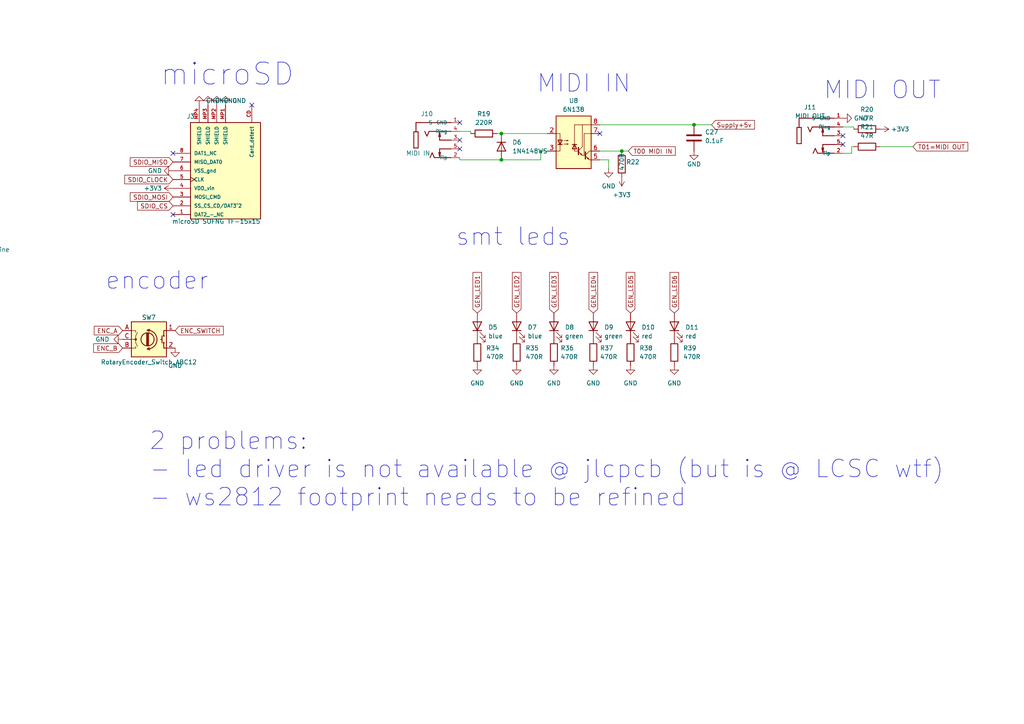
<source format=kicad_sch>
(kicad_sch (version 20211123) (generator eeschema)
  (paper "A4")
  (junction (at 437.515 93.345))
  (junction (at -184.15 266.065))
  (junction (at 347.98 20.574))
  (junction (at 352.552 6.35))
  (junction (at -207.645 20.32))
  (junction (at 201.295 36.195))
  (junction (at -116.205 -17.78))
  (junction (at 64.77 347.345))
  (junction (at 182.245 -41.275))
  (junction (at -193.04 263.525))
  (junction (at 393.7 5.08))
  (junction (at 179.705 -41.275))
  (junction (at 437.515 85.725))
  (junction (at -184.785 38.1))
  (junction (at -184.785 10.16))
  (junction (at -198.12 2.54))
  (junction (at -214.63 113.03))
  (junction (at 467.868 14.224))
  (junction (at -102.87 -17.78))
  (junction (at 180.34 43.815))
  (junction (at -87.63 -17.78))
  (junction (at -174.625 24.13))
  (junction (at -33.274 -20.32))
  (junction (at 145.415 38.735))
  (junction (at -130.81 13.97))
  (junction (at 408.94 18.796))
  (junction (at -199.39 113.03))
  (junction (at 145.415 46.355))
  (junction (at -118.745 6.35))
  (junction (at -168.275 113.03))
  (junction (at -74.93 -17.78))
  (junction (at 478.028 5.08))
  (junction (at 380.365 5.08))
  (junction (at -34.29 -20.32))
  (junction (at 454.66 5.08))
  (junction (at 435.61 5.08))
  (junction (at 467.868 5.08))
  (junction (at -183.515 210.82))
  (junction (at 408.94 6.604))
  (junction (at -162.56 38.1))
  (junction (at -184.15 113.03))
  (junction (at 422.275 93.345))
  (junction (at -207.645 2.54))
  (junction (at 422.275 44.45))
  (junction (at -130.81 6.35))
  (junction (at -174.625 213.36))
  (junction (at -8.636 -20.32))
  (junction (at 426.085 46.99))
  (junction (at 354.965 11.176))
  (junction (at 351.79 16.002))
  (junction (at 437.515 100.965))
  (junction (at -21.336 -20.32))
  (junction (at -174.625 38.1))
  (junction (at -130.81 -17.78))
  (junction (at 327.914 431.546))
  (junction (at -130.81 21.59))
  (no_connect (at 311.404 408.686))
  (no_connect (at 244.475 39.37))
  (no_connect (at 244.475 41.91))
  (no_connect (at 133.35 43.18))
  (no_connect (at 133.35 40.64))
  (no_connect (at -50.8 -12.7))
  (no_connect (at -35.56 -12.7))
  (no_connect (at 73.025 30.48))
  (no_connect (at 50.165 44.45))
  (no_connect (at 50.165 62.23))
  (no_connect (at -36.195 185.42))
  (no_connect (at -36.195 182.88))
  (no_connect (at 173.99 38.735))
  (no_connect (at -36.195 104.775))
  (no_connect (at -36.195 99.695))
  (no_connect (at 329.184 383.286))
  (no_connect (at 77.47 391.16))
  (no_connect (at 77.47 388.62))
  (no_connect (at -92.075 133.985))
  (no_connect (at -92.075 136.525))
  (no_connect (at -92.075 186.055))
  (no_connect (at -92.075 97.155))
  (no_connect (at -92.075 92.075))
  (no_connect (at -92.075 83.82))
  (no_connect (at -92.075 86.36))
  (no_connect (at -36.195 180.34))
  (no_connect (at 211.455 -28.575))
  (no_connect (at -92.075 114.3))
  (no_connect (at -36.195 107.95))
  (no_connect (at -92.075 163.195))
  (no_connect (at 434.34 44.45))
  (no_connect (at 434.34 46.99))
  (no_connect (at -36.195 133.35))
  (no_connect (at -36.195 135.89))
  (no_connect (at -36.195 97.155))
  (no_connect (at 211.455 -33.655))
  (no_connect (at 211.455 -31.115))
  (no_connect (at 211.455 -26.035))
  (no_connect (at 211.455 -23.495))
  (no_connect (at 62.865 274.955))
  (no_connect (at 45.085 274.955))
  (no_connect (at -92.075 160.655))
  (no_connect (at 133.35 35.56))
  (no_connect (at 382.27 52.07))
  (wire (pts (xy -178.435 7.62) (xy -181.61 7.62)))
  (wire (pts (xy -177.8 263.525) (xy -193.04 263.525)))
  (wire (pts (xy 27.94 378.46) (xy 27.94 381)))
  (wire (pts (xy -130.81 6.35) (xy -118.745 6.35)))
  (wire (pts (xy 303.149 408.686) (xy 303.149 439.801)))
  (wire (pts (xy -166.37 115.57) (xy -168.275 115.57)))
  (wire (pts (xy 407.67 59.69) (xy 411.48 59.69)))
  (wire (pts (xy 179.705 -41.275) (xy 182.245 -41.275)))
  (wire (pts (xy -212.09 2.54) (xy -207.645 2.54)))
  (wire (pts (xy 334.264 440.436) (xy 334.264 431.546)))
  (wire (pts (xy -33.274 -20.32) (xy -34.29 -20.32)))
  (wire (pts (xy -181.61 7.62) (xy -181.61 24.13)))
  (wire (pts (xy 354.584 441.706) (xy 354.584 408.686)))
  (wire (pts (xy 201.295 36.195) (xy 206.375 36.195)))
  (wire (pts (xy 429.895 49.53) (xy 434.34 49.53)))
  (wire (pts (xy 133.35 38.1) (xy 136.525 38.1)))
  (wire (pts (xy 183.515 -33.655) (xy 72.39 -33.655)))
  (wire (pts (xy -207.645 2.54) (xy -198.12 2.54)))
  (wire (pts (xy -196.215 10.16) (xy -184.785 10.16)))
  (wire (pts (xy -21.336 -20.32) (xy -33.274 -20.32)))
  (wire (pts (xy -181.61 24.13) (xy -174.625 24.13)))
  (wire (pts (xy 429.895 46.99) (xy 429.895 49.53)))
  (wire (pts (xy 173.355 -41.275) (xy 179.705 -41.275)))
  (wire (pts (xy -184.785 38.1) (xy -174.625 38.1)))
  (wire (pts (xy 369.57 52.07) (xy 369.57 46.99)))
  (wire (pts (xy 300.609 442.341) (xy 355.854 442.341)))
  (wire (pts (xy -87.63 -17.78) (xy -74.93 -17.78)))
  (wire (pts (xy -184.785 5.08) (xy -178.435 5.08)))
  (wire (pts (xy 159.385 -27.305) (xy 159.385 -26.035)))
  (wire (pts (xy 366.395 52.07) (xy 369.57 52.07)))
  (wire (pts (xy -168.275 113.03) (xy -166.37 113.03)))
  (wire (pts (xy -134.62 219.075) (xy -128.27 219.075)))
  (wire (pts (xy -198.12 20.32) (xy -207.645 20.32)))
  (wire (pts (xy 485.14 5.08) (xy 478.028 5.08)))
  (wire (pts (xy 374.015 62.23) (xy 382.27 62.23)))
  (wire (pts (xy -174.625 213.36) (xy -188.595 213.36)))
  (wire (pts (xy 93.345 -31.115) (xy 93.345 -28.575)))
  (wire (pts (xy 352.552 6.35) (xy 379.095 6.35)))
  (wire (pts (xy 454.66 5.08) (xy 452.755 5.08)))
  (wire (pts (xy 84.455 370.84) (xy 77.47 370.84)))
  (wire (pts (xy 354.965 11.176) (xy 354.965 44.45)))
  (wire (pts (xy 407.67 64.77) (xy 416.56 64.77)))
  (wire (pts (xy 326.644 378.841) (xy 326.644 383.286)))
  (wire (pts (xy 437.515 100.965) (xy 447.675 100.965)))
  (wire (pts (xy 173.99 36.195) (xy 201.295 36.195)))
  (wire (pts (xy -184.785 10.16) (xy -184.785 5.08)))
  (wire (pts (xy 340.995 6.35) (xy 352.552 6.35)))
  (wire (pts (xy -138.43 3.81) (xy -145.415 3.81)))
  (wire (pts (xy 182.245 -41.275) (xy 183.515 -41.275)))
  (wire (pts (xy 77.47 386.08) (xy 84.455 386.08)))
  (wire (pts (xy 182.245 -38.735) (xy 182.245 -41.275)))
  (wire (pts (xy -184.15 113.03) (xy -168.275 113.03)))
  (wire (pts (xy 72.39 -33.655) (xy 72.39 -27.305)))
  (wire (pts (xy 354.965 44.45) (xy 358.775 44.45)))
  (wire (pts (xy 136.525 38.1) (xy 136.525 38.735)))
  (wire (pts (xy 347.98 59.69) (xy 358.775 59.69)))
  (wire (pts (xy 173.99 46.355) (xy 176.53 46.355)))
  (wire (pts (xy 111.125 -28.575) (xy 111.125 -27.94)))
  (wire (pts (xy 392.43 72.39) (xy 392.43 81.28)))
  (wire (pts (xy 84.455 363.22) (xy 77.47 363.22)))
  (wire (pts (xy -152.4 38.1) (xy -152.4 19.685)))
  (wire (pts (xy -145.415 8.89) (xy -137.795 8.89)))
  (wire (pts (xy -301.625 21.59) (xy -292.735 21.59)))
  (wire (pts (xy -199.39 113.03) (xy -184.15 113.03)))
  (wire (pts (xy 12.7 373.38) (xy 12.7 370.84)))
  (wire (pts (xy -196.215 34.29) (xy -196.215 38.1)))
  (wire (pts (xy 379.095 6.35) (xy 379.095 5.08)))
  (wire (pts (xy 64.77 342.265) (xy 64.77 347.345)))
  (wire (pts (xy 340.995 8.89) (xy 354.965 8.89)))
  (wire (pts (xy -74.93 -17.78) (xy -50.8 -17.78)))
  (wire (pts (xy 286.004 403.606) (xy 311.404 403.606)))
  (wire (pts (xy 425.45 5.08) (xy 435.61 5.08)))
  (wire (pts (xy 159.385 -26.035) (xy 183.515 -26.035)))
  (wire (pts (xy 374.65 49.53) (xy 382.27 49.53)))
  (wire (pts (xy 422.275 41.91) (xy 434.34 41.91)))
  (wire (pts (xy -4.826 -20.32) (xy -8.636 -20.32)))
  (wire (pts (xy 156.845 46.355) (xy 156.845 43.815)))
  (wire (pts (xy -118.745 6.35) (xy -109.855 6.35)))
  (wire (pts (xy 144.145 38.735) (xy 145.415 38.735)))
  (wire (pts (xy 407.67 67.31) (xy 411.48 67.31)))
  (wire (pts (xy 247.015 42.545) (xy 247.015 44.45)))
  (wire (pts (xy -214.63 113.03) (xy -199.39 113.03)))
  (wire (pts (xy 286.004 413.766) (xy 302.514 413.766)))
  (wire (pts (xy -193.04 263.525) (xy -198.12 263.525)))
  (wire (pts (xy -35.56 -15.24) (xy -33.274 -15.24)))
  (wire (pts (xy -34.29 -17.78) (xy -34.29 -20.32)))
  (wire (pts (xy 302.514 411.226) (xy 302.514 380.746)))
  (wire (pts (xy 351.79 11.43) (xy 351.79 16.002)))
  (wire (pts (xy 84.455 368.3) (xy 77.47 368.3)))
  (wire (pts (xy 347.98 13.97) (xy 347.98 20.574)))
  (wire (pts (xy 64.77 347.345) (xy 64.77 358.14)))
  (wire (pts (xy 64.77 347.345) (xy 78.105 347.345)))
  (wire (pts (xy 403.86 5.08) (xy 393.7 5.08)))
  (wire (pts (xy 183.515 -28.575) (xy 111.125 -28.575)))
  (wire (pts (xy -207.645 17.78) (xy -207.645 20.32)))
  (wire (pts (xy -198.12 10.16) (xy -198.12 20.32)))
  (wire (pts (xy 306.324 411.226) (xy 311.404 411.226)))
  (wire (pts (xy -173.355 210.82) (xy -183.515 210.82)))
  (wire (pts (xy 145.415 46.355) (xy 156.845 46.355)))
  (wire (pts (xy 217.424 352.044) (xy 217.424 370.459)))
  (wire (pts (xy -307.975 19.05) (xy -299.72 19.05)))
  (wire (pts (xy 301.244 418.846) (xy 301.244 441.706)))
  (wire (pts (xy -173.355 213.36) (xy -174.625 213.36)))
  (wire (pts (xy -177.8 266.065) (xy -184.15 266.065)))
  (wire (pts (xy 422.275 44.45) (xy 422.275 41.91)))
  (wire (pts (xy -137.795 8.89) (xy -137.795 13.97)))
  (wire (pts (xy 206.248 357.632) (xy 214.884 357.632)))
  (wire (pts (xy 286.004 416.306) (xy 301.879 416.306)))
  (wire (pts (xy 422.275 44.45) (xy 422.275 55.88)))
  (wire (pts (xy 145.415 38.735) (xy 158.75 38.735)))
  (wire (pts (xy -183.515 210.82) (xy -188.595 210.82)))
  (wire (pts (xy 422.275 100.965) (xy 437.515 100.965)))
  (wire (pts (xy -174.625 24.13) (xy -174.625 26.67)))
  (wire (pts (xy 435.61 5.08) (xy 437.515 5.08)))
  (wire (pts (xy 247.015 44.45) (xy 244.475 44.45)))
  (wire (pts (xy 355.854 406.146) (xy 352.044 406.146)))
  (wire (pts (xy 393.7 5.08) (xy 380.365 5.08)))
  (wire (pts (xy 264.795 42.545) (xy 255.27 42.545)))
  (wire (pts (xy 179.705 -36.195) (xy 179.705 -41.275)))
  (wire (pts (xy 415.29 44.45) (xy 422.275 44.45)))
  (wire (pts (xy 327.914 431.546) (xy 329.184 431.546)))
  (wire (pts (xy 454.66 5.08) (xy 467.868 5.08)))
  (wire (pts (xy 437.515 7.62) (xy 435.61 7.62)))
  (wire (pts (xy 35.56 383.54) (xy 35.56 388.62)))
  (wire (pts (xy -8.636 -20.32) (xy -21.336 -20.32)))
  (wire (pts (xy 247.65 36.83) (xy 247.65 37.465)))
  (wire (pts (xy 351.79 16.002) (xy 351.79 52.07)))
  (wire (pts (xy 197.104 240.284) (xy 200.152 240.284)))
  (wire (pts (xy -33.274 -15.24) (xy -33.274 -20.32)))
  (wire (pts (xy 374.65 49.53) (xy 374.65 59.69)))
  (wire (pts (xy 286.004 411.226) (xy 302.514 411.226)))
  (wire (pts (xy 286.004 408.686) (xy 303.149 408.686)))
  (wire (pts (xy 347.98 20.574) (xy 347.98 59.69)))
  (wire (pts (xy -168.275 115.57) (xy -168.275 113.03)))
  (wire (pts (xy 407.67 52.07) (xy 411.48 52.07)))
  (wire (pts (xy 301.244 441.706) (xy 354.584 441.706)))
  (wire (pts (xy 130.175 -27.305) (xy 159.385 -27.305)))
  (wire (pts (xy -152.4 19.685) (xy -178.435 19.685)))
  (wire (pts (xy 392.43 81.28) (xy 411.48 81.28)))
  (wire (pts (xy 301.879 441.071) (xy 353.949 441.071)))
  (wire (pts (xy 366.395 44.45) (xy 382.27 44.45)))
  (wire (pts (xy -174.625 34.29) (xy -174.625 38.1)))
  (wire (pts (xy 437.515 81.28) (xy 437.515 85.725)))
  (wire (pts (xy 133.35 46.355) (xy 133.35 45.72)))
  (wire (pts (xy -130.81 21.59) (xy -118.745 21.59)))
  (wire (pts (xy 300.609 421.386) (xy 300.609 442.341)))
  (wire (pts (xy 244.475 36.83) (xy 247.65 36.83)))
  (wire (pts (xy -184.15 266.065) (xy -198.12 266.065)))
  (wire (pts (xy 351.79 52.07) (xy 358.775 52.07)))
  (wire (pts (xy -118.745 21.59) (xy -118.745 13.97)))
  (wire (pts (xy 355.854 442.341) (xy 355.854 406.146)))
  (wire (pts (xy 286.004 406.146) (xy 311.404 406.146)))
  (wire (pts (xy 416.56 64.77) (xy 416.56 81.28)))
  (wire (pts (xy 353.949 441.071) (xy 353.949 411.226)))
  (wire (pts (xy 437.515 93.345) (xy 422.275 93.345)))
  (wire (pts (xy 301.879 416.306) (xy 301.879 441.071)))
  (wire (pts (xy -184.785 26.67) (xy -184.785 10.16)))
  (wire (pts (xy 302.514 380.746) (xy 336.804 380.746)))
  (wire (pts (xy 286.004 418.846) (xy 301.244 418.846)))
  (wire (pts (xy 183.515 -38.735) (xy 182.245 -38.735)))
  (wire (pts (xy 306.324 411.226) (xy 306.324 413.131)))
  (wire (pts (xy 380.365 5.08) (xy 379.095 5.08)))
  (wire (pts (xy -174.625 24.13) (xy -162.56 24.13)))
  (wire (pts (xy 426.085 46.99) (xy 429.895 46.99)))
  (wire (pts (xy -138.43 -17.78) (xy -138.43 3.81)))
  (wire (pts (xy -130.81 -17.78) (xy -116.205 -17.78)))
  (wire (pts (xy -145.415 11.43) (xy -144.145 11.43)))
  (wire (pts (xy -198.12 2.54) (xy -178.435 2.54)))
  (wire (pts (xy -132.715 6.35) (xy -130.81 6.35)))
  (wire (pts (xy 411.48 81.28) (xy 411.48 74.93)))
  (wire (pts (xy 467.868 14.224) (xy 467.868 12.7)))
  (wire (pts (xy 369.57 46.99) (xy 382.27 46.99)))
  (wire (pts (xy 467.868 5.08) (xy 478.028 5.08)))
  (wire (pts (xy 77.47 383.54) (xy 84.455 383.54)))
  (wire (pts (xy 426.085 46.99) (xy 426.085 61.595)))
  (wire (pts (xy 302.514 440.436) (xy 334.264 440.436)))
  (wire (pts (xy 247.65 42.545) (xy 247.015 42.545)))
  (wire (pts (xy 302.514 413.766) (xy 302.514 440.436)))
  (wire (pts (xy -299.72 13.97) (xy -285.115 13.97)))
  (wire (pts (xy -178.435 19.685) (xy -178.435 10.16)))
  (wire (pts (xy 303.149 439.801) (xy 365.379 439.801)))
  (wire (pts (xy 354.965 8.89) (xy 354.965 11.176)))
  (wire (pts (xy 176.53 46.355) (xy 176.53 48.895)))
  (wire (pts (xy 340.995 11.43) (xy 351.79 11.43)))
  (wire (pts (xy 394.97 38.608) (xy 394.97 39.37)))
  (wire (pts (xy 183.515 -31.115) (xy 93.345 -31.115)))
  (wire (pts (xy -116.205 -17.78) (xy -102.87 -17.78)))
  (wire (pts (xy 286.004 421.386) (xy 300.609 421.386)))
  (wire (pts (xy 52.07 373.38) (xy 12.7 373.38)))
  (wire (pts (xy 326.644 431.546) (xy 327.914 431.546)))
  (wire (pts (xy 374.65 59.69) (xy 366.395 59.69)))
  (wire (pts (xy 365.379 439.801) (xy 365.379 403.606)))
  (wire (pts (xy 327.914 431.546) (xy 327.914 434.086)))
  (wire (pts (xy 84.455 373.38) (xy 77.47 373.38)))
  (wire (pts (xy 435.61 7.62) (xy 435.61 5.08)))
  (wire (pts (xy 353.949 411.226) (xy 352.044 411.226)))
  (wire (pts (xy 214.884 357.632) (xy 214.884 370.459)))
  (wire (pts (xy -34.29 -20.32) (xy -35.56 -20.32)))
  (wire (pts (xy 408.94 18.796) (xy 408.94 6.604)))
  (wire (pts (xy 77.47 378.46) (xy 84.455 378.46)))
  (wire (pts (xy -196.215 38.1) (xy -184.785 38.1)))
  (wire (pts (xy 52.07 378.46) (xy 27.94 378.46)))
  (wire (pts (xy 183.515 -36.195) (xy 179.705 -36.195)))
  (wire (pts (xy -102.87 -17.78) (xy -87.63 -17.78)))
  (wire (pts (xy 336.804 380.746) (xy 336.804 383.286)))
  (wire (pts (xy -36.195 94.615) (xy -26.67 94.615)))
  (wire (pts (xy 415.29 46.99) (xy 426.085 46.99)))
  (wire (pts (xy 52.07 383.54) (xy 35.56 383.54)))
  (wire (pts (xy 77.47 381) (xy 84.455 381)))
  (wire (pts (xy 44.45 388.62) (xy 52.07 388.62)))
  (wire (pts (xy -162.56 35.56) (xy -162.56 38.1)))
  (wire (pts (xy -184.785 34.29) (xy -184.785 38.1)))
  (wire (pts (xy 84.455 375.92) (xy 77.47 375.92)))
  (wire (pts (xy -300.355 8.89) (xy -285.115 8.89)))
  (wire (pts (xy 156.845 43.815) (xy 158.75 43.815)))
  (wire (pts (xy 145.415 46.355) (xy 133.35 46.355)))
  (wire (pts (xy -292.1 19.05) (xy -285.115 19.05)))
  (wire (pts (xy -130.81 -17.78) (xy -138.43 -17.78)))
  (wire (pts (xy 422.275 85.725) (xy 437.515 85.725)))
  (wire (pts (xy 408.94 22.352) (xy 408.94 18.796)))
  (wire (pts (xy 365.379 403.606) (xy 352.044 403.606)))
  (wire (pts (xy 84.455 365.76) (xy 77.47 365.76)))
  (wire (pts (xy -144.145 11.43) (xy -144.145 12.7)))
  (wire (pts (xy 173.99 43.815) (xy 180.34 43.815)))
  (wire (pts (xy -231.775 113.03) (xy -214.63 113.03)))
  (wire (pts (xy -174.625 38.1) (xy -162.56 38.1)))
  (wire (pts (xy 340.995 13.97) (xy 347.98 13.97)))
  (wire (pts (xy -196.215 26.67) (xy -196.215 10.16)))
  (wire (pts (xy 422.275 93.345) (xy 414.655 93.345)))
  (wire (pts (xy -137.795 13.97) (xy -130.81 13.97)))
  (wire (pts (xy 180.34 43.815) (xy 182.245 43.815)))
  (wire (pts (xy -207.645 20.32) (xy -207.645 22.225)))
  (wire (pts (xy 354.584 408.686) (xy 352.044 408.686)))
  (wire (pts (xy -35.56 -17.78) (xy -34.29 -17.78)))
  (wire (pts (xy 408.94 6.604) (xy 408.94 5.08)))
  (wire (pts (xy -162.56 38.1) (xy -152.4 38.1)))
  (wire (pts (xy 416.56 81.28) (xy 437.515 81.28)))
  (wire (pts (xy -162.56 27.94) (xy -162.56 24.13)))
  (wire (pts (xy 467.868 16.51) (xy 467.868 14.224)))
  (text "battery charge and 5v reg" (at -196.85 -25.4 0) (effects (font (size 6.35 6.35)) (justify left bottom)))
  (text "MIDI IN" (at 155.575 27.305 0) (effects (font (size 5.08 5.08)) (justify left bottom)))
  (text "MPR121, 0x5A i2c\nbuilt-in slider" (at 7.62 334.01 0) (effects (font (size 6.35 6.35)) (justify left bottom)))
  (text "PCA9554APW,118 0x38\nbuilt-in" (at 153.035 -59.055 0) (effects (font (size 6.35 6.35)) (justify left bottom)))
  (text "2 problems:\n- led driver is not available @ jlcpcb (but is @ LCSC wtf)\n- ws2812 footprint needs to be refined" (at 43.18 147.32 0) (effects (font (size 5.08 5.08)) (justify left bottom)))
  (text "encoder" (at 30.48 84.455 0) (effects (font (size 5.08 5.08)) (justify left bottom)))
  (text "3.3v REG" (at -231.14 97.155 0) (effects (font (size 6.35 6.35)) (justify left bottom)))
  (text "microSD" (at 46.355 25.4 0) (effects (font (size 6.35 6.35)) (justify left bottom)))
  (text "smt leds" (at 132.08 71.755 0) (effects (font (size 5.08 5.08)) (justify left bottom)))
  (text "HEADERs" (at -189.23 194.31 0) (effects (font (size 6.35 6.35)) (justify left bottom)))
  (text "CapSense, i2c 0x37" (at 280.924 338.836 0) (effects (font (size 6.35 6.35)) (justify left bottom)))
  (text "WS2812" (at 199.644 344.424 0) (effects (font (size 5.08 5.08)) (justify left bottom)))
  (text "PRESSURE, 0X28" (at 29.845 260.985 0) (effects (font (size 5.08 5.08)) (justify left bottom)))
  (text "MIDI OUT" (at 238.76 29.21 0) (effects (font (size 5.08 5.08)) (justify left bottom)))
  (text "USB-C input" (at -300.99 -23.495 0) (effects (font (size 6.35 6.35)) (justify left bottom)))
  (text "DAC - PCM5102A" (at 335.915 -4.445 0) (effects (font (size 6.35 6.35)) (justify left bottom)))
  (label "5v tap input" (at -51.054 0.762 180))
  (label "5v tap input" (at -50.8 -15.24 180))
  (global_label "USB_Vin5v" (shape input) (at -212.09 2.54 180) (property "Intersheet References" "${INTERSHEET_REFS}" (effects hide)))
  (global_label "USB data in -" (shape input) (at -299.72 13.97 180) (property "Intersheet References" "${INTERSHEET_REFS}" (effects hide)))
  (global_label "USB data in -" (shape input) (at -36.195 144.78 0) (property "Intersheet References" "${INTERSHEET_REFS}" (effects hide)))
  (global_label "I2C_SDA" (shape input) (at -173.355 210.82 0) (property "Intersheet References" "${INTERSHEET_REFS}" (effects hide)))
  (global_label "I2C_SCL" (shape input) (at 211.455 -36.195 0) (property "Intersheet References" "${INTERSHEET_REFS}" (effects hide)))
  (global_label "D3v3" (shape input) (at 408.94 22.352 0) (property "Intersheet References" "${INTERSHEET_REFS}" (effects hide)))
  (global_label "SPI0_MISO" (shape input) (at -200.025 234.315 0) (property "Intersheet References" "${INTERSHEET_REFS}" (effects hide)))
  (global_label "D3v3" (shape input) (at 394.97 38.608 90) (property "Intersheet References" "${INTERSHEET_REFS}" (effects hide)))
  (global_label "ENC_B" (shape input) (at -36.195 162.56 0) (property "Intersheet References" "${INTERSHEET_REFS}" (effects hide)))
  (global_label "Supply+5v" (shape input) (at -231.775 113.03 180) (property "Intersheet References" "${INTERSHEET_REFS}" (effects hide)))
  (global_label "OLED_CS" (shape input) (at -128.27 231.775 180) (property "Intersheet References" "${INTERSHEET_REFS}" (effects hide)))
  (global_label "I2S_DIN" (shape input) (at -92.075 94.615 180) (property "Intersheet References" "${INTERSHEET_REFS}" (effects hide)))
  (global_label "SDIO_CS" (shape input) (at 50.165 59.69 180) (property "Intersheet References" "${INTERSHEET_REFS}" (effects hide)))
  (global_label "I2S_LRCK" (shape input) (at -92.075 99.695 180) (property "Intersheet References" "${INTERSHEET_REFS}" (effects hide)))
  (global_label "SDIO_MOSI" (shape input) (at -92.075 128.905 180) (property "Intersheet References" "${INTERSHEET_REFS}" (effects hide)))
  (global_label "GEN_LED5" (shape input) (at 182.88 90.805 90) (property "Intersheet References" "${INTERSHEET_REFS}" (effects hide)))
  (global_label "I2C_SDA" (shape input) (at 52.07 365.76 180) (property "Intersheet References" "${INTERSHEET_REFS}" (effects hide)))
  (global_label "SPI0_MOSI" (shape input) (at -200.025 236.855 0) (property "Intersheet References" "${INTERSHEET_REFS}" (effects hide)))
  (global_label "SDIO_MISO" (shape input) (at 50.165 46.99 180) (property "Intersheet References" "${INTERSHEET_REFS}" (effects hide)))
  (global_label "OLED_RES" (shape input) (at -36.195 167.64 0) (property "Intersheet References" "${INTERSHEET_REFS}" (effects hide)))
  (global_label "GEN_LED3" (shape input) (at -92.075 170.815 180) (property "Intersheet References" "${INTERSHEET_REFS}" (effects hide)))
  (global_label "SPI0_MISO" (shape input) (at -92.075 151.765 180) (property "Intersheet References" "${INTERSHEET_REFS}" (effects hide)))
  (global_label "I2C1_SCL" (shape input) (at -177.8 266.065 0) (property "Intersheet References" "${INTERSHEET_REFS}" (effects hide)))
  (global_label "USB data in +" (shape input) (at -300.355 8.89 180) (property "Intersheet References" "${INTERSHEET_REFS}" (effects hide)))
  (global_label "SDIO_CS" (shape input) (at -92.075 139.065 180) (property "Intersheet References" "${INTERSHEET_REFS}" (effects hide)))
  (global_label "SPI0_SCK" (shape input) (at -92.075 146.685 180) (property "Intersheet References" "${INTERSHEET_REFS}" (effects hide)))
  (global_label "I2C_SCL" (shape input) (at 331.724 383.286 90) (property "Intersheet References" "${INTERSHEET_REFS}" (effects hide)))
  (global_label "I2C_SCL" (shape input) (at -173.355 213.36 0) (property "Intersheet References" "${INTERSHEET_REFS}" (effects hide)))
  (global_label "ENC_SWITCH" (shape input) (at -36.195 157.48 0) (property "Intersheet References" "${INTERSHEET_REFS}" (effects hide)))
  (global_label "Batt+" (shape input) (at -35.56 34.925 180) (property "Intersheet References" "${INTERSHEET_REFS}" (effects hide)))
  (global_label "ENC_A" (shape input) (at 35.56 95.885 180) (property "Intersheet References" "${INTERSHEET_REFS}" (effects hide)))
  (global_label "WS2812_DATA" (shape input) (at -92.075 183.515 180) (property "Intersheet References" "${INTERSHEET_REFS}" (effects hide)))
  (global_label "T00 MIDI IN" (shape input) (at 182.245 43.815 0) (property "Intersheet References" "${INTERSHEET_REFS}" (effects hide)))
  (global_label "I2C_SCL" (shape input) (at 52.07 368.3 180) (property "Intersheet References" "${INTERSHEET_REFS}" (effects hide)))
  (global_label "T01=MIDI OUT" (shape input) (at 264.795 42.545 0) (property "Intersheet References" "${INTERSHEET_REFS}" (effects hide)))
  (global_label "ENC_SWITCH" (shape input) (at 50.8 95.885 0) (property "Intersheet References" "${INTERSHEET_REFS}" (effects hide)))
  (global_label "I2C_SDA" (shape input) (at 211.455 -38.735 0) (property "Intersheet References" "${INTERSHEET_REFS}" (effects hide)))
  (global_label "SPI0_generic1_cs" (shape input) (at -200.025 244.475 0) (property "Intersheet References" "${INTERSHEET_REFS}" (effects hide)))
  (global_label "A3v3" (shape input) (at 397.51 39.37 90) (property "Intersheet References" "${INTERSHEET_REFS}" (effects hide)))
  (global_label "T00 MIDI IN" (shape input) (at -92.075 180.975 180) (property "Intersheet References" "${INTERSHEET_REFS}" (effects hide)))
  (global_label "SPI0_MOSI" (shape input) (at -92.075 149.225 180) (property "Intersheet References" "${INTERSHEET_REFS}" (effects hide)))
  (global_label "Supply+5v" (shape input) (at -4.826 -20.32 0) (property "Intersheet References" "${INTERSHEET_REFS}" (effects hide)))
  (global_label "Supply+5v" (shape input) (at 206.375 36.195 0) (property "Intersheet References" "${INTERSHEET_REFS}" (effects hide)))
  (global_label "GEN_LED3" (shape input) (at 160.655 90.805 90) (property "Intersheet References" "${INTERSHEET_REFS}" (effects hide)))
  (global_label "I2C_SDA" (shape input) (at 62.865 278.765 0) (property "Intersheet References" "${INTERSHEET_REFS}" (effects hide)))
  (global_label "D3v3" (shape input) (at 425.45 5.08 180) (property "Intersheet References" "${INTERSHEET_REFS}" (effects hide)))
  (global_label "I2C_SCL" (shape input) (at -92.075 109.22 180) (property "Intersheet References" "${INTERSHEET_REFS}" (effects hide)))
  (global_label "SPI0_SCK" (shape input) (at -200.025 239.395 0) (property "Intersheet References" "${INTERSHEET_REFS}" (effects hide)))
  (global_label "OLED_DC" (shape input) (at -36.195 165.1 0) (property "Intersheet References" "${INTERSHEET_REFS}" (effects hide)))
  (global_label "D3v3" (shape input) (at 374.015 62.23 180) (property "Intersheet References" "${INTERSHEET_REFS}" (effects hide)))
  (global_label "I2S_BCK" (shape input) (at 325.755 13.97 180) (property "Intersheet References" "${INTERSHEET_REFS}" (effects hide)))
  (global_label "OLED_RES" (shape input) (at -128.27 226.695 180) (property "Intersheet References" "${INTERSHEET_REFS}" (effects hide)))
  (global_label "USB_Vin5v" (shape input) (at -285.115 26.67 180) (property "Intersheet References" "${INTERSHEET_REFS}" (effects hide)))
  (global_label "I2S_BCK" (shape input) (at -92.075 102.235 180) (property "Intersheet References" "${INTERSHEET_REFS}" (effects hide)))
  (global_label "OLED_CS" (shape input) (at -92.075 154.305 180) (property "Intersheet References" "${INTERSHEET_REFS}" (effects hide)))
  (global_label "GEN_LED5" (shape input) (at -36.195 172.72 0) (property "Intersheet References" "${INTERSHEET_REFS}" (effects hide)))
  (global_label "D3v3" (shape input) (at 447.675 100.965 0) (property "Intersheet References" "${INTERSHEET_REFS}" (effects hide)))
  (global_label "GEN_LED1" (shape input) (at 138.43 90.805 90) (property "Intersheet References" "${INTERSHEET_REFS}" (effects hide)))
  (global_label "GEN_LED6" (shape input) (at -36.195 175.26 0) (property "Intersheet References" "${INTERSHEET_REFS}" (effects hide)))
  (global_label "SDIO_CLOCK" (shape input) (at 50.165 52.07 180) (property "Intersheet References" "${INTERSHEET_REFS}" (effects hide)))
  (global_label "GEN_LED2" (shape input) (at 149.86 90.805 90) (property "Intersheet References" "${INTERSHEET_REFS}" (effects hide)))
  (global_label "A3v3" (shape input) (at 392.43 39.37 90) (property "Intersheet References" "${INTERSHEET_REFS}" (effects hide)))
  (global_label "Batt+" (shape input) (at -109.855 6.35 0) (property "Intersheet References" "${INTERSHEET_REFS}" (effects hide)))
  (global_label "OLED_DC" (shape input) (at -128.27 229.235 180) (property "Intersheet References" "${INTERSHEET_REFS}" (effects hide)))
  (global_label "I2C_SCL" (shape input) (at 62.865 282.575 0) (property "Intersheet References" "${INTERSHEET_REFS}" (effects hide)))
  (global_label "T01=MIDI OUT" (shape input) (at -92.075 178.435 180) (property "Intersheet References" "${INTERSHEET_REFS}" (effects hide)))
  (global_label "SDIO_MISO" (shape input) (at -92.075 131.445 180) (property "Intersheet References" "${INTERSHEET_REFS}" (effects hide)))
  (global_label "Supply+5v" (shape input) (at -36.195 149.86 0) (property "Intersheet References" "${INTERSHEET_REFS}" (effects hide)))
  (global_label "I2C1_SDA" (shape input) (at -177.8 263.525 0) (property "Intersheet References" "${INTERSHEET_REFS}" (effects hide)))
  (global_label "ENC_B" (shape input) (at 35.56 100.965 180) (property "Intersheet References" "${INTERSHEET_REFS}" (effects hide)))
  (global_label "I2C1_SCL" (shape input) (at -92.075 116.84 180) (property "Intersheet References" "${INTERSHEET_REFS}" (effects hide)))
  (global_label "GEN_LED6" (shape input) (at 195.58 90.805 90) (property "Intersheet References" "${INTERSHEET_REFS}" (effects hide)))
  (global_label "I2C_SDA" (shape input) (at 334.264 383.286 90) (property "Intersheet References" "${INTERSHEET_REFS}" (effects hide)))
  (global_label "SPI0_SCK" (shape input) (at -128.27 221.615 180) (property "Intersheet References" "${INTERSHEET_REFS}" (effects hide)))
  (global_label "GEN_LED1" (shape input) (at -92.075 168.275 180) (property "Intersheet References" "${INTERSHEET_REFS}" (effects hide)))
  (global_label "WS2812_DATA" (shape input) (at 145.288 357.632 180) (property "Intersheet References" "${INTERSHEET_REFS}" (effects hide)))
  (global_label "USB_Vin5v" (shape input) (at -50.8 -20.32 180) (property "Intersheet References" "${INTERSHEET_REFS}" (effects hide)))
  (global_label "SPI0_MOSI" (shape input) (at -128.27 224.155 180) (property "Intersheet References" "${INTERSHEET_REFS}" (effects hide)))
  (global_label "ENC_A" (shape input) (at -36.195 160.02 0) (property "Intersheet References" "${INTERSHEET_REFS}" (effects hide)))
  (global_label "SPI0_generic0_cs" (shape input) (at -200.025 241.935 0) (property "Intersheet References" "${INTERSHEET_REFS}" (effects hide)))
  (global_label "SDIO_CLOCK" (shape input) (at -92.075 126.365 180) (property "Intersheet References" "${INTERSHEET_REFS}" (effects hide)))
  (global_label "GEN_LED4" (shape input) (at -92.075 173.355 180) (property "Intersheet References" "${INTERSHEET_REFS}" (effects hide)))
  (global_label "I2S_DIN" (shape input) (at 325.755 11.43 180) (property "Intersheet References" "${INTERSHEET_REFS}" (effects hide)))
  (global_label "SPI0_generic0_cs" (shape input) (at -36.195 170.18 0) (property "Intersheet References" "${INTERSHEET_REFS}" (effects hide)))
  (global_label "I2C1_SDA" (shape input) (at -92.075 119.38 180) (property "Intersheet References" "${INTERSHEET_REFS}" (effects hide)))
  (global_label "I2C_SDA" (shape input) (at -92.075 111.76 180) (property "Intersheet References" "${INTERSHEET_REFS}" (effects hide)))
  (global_label "A3v3" (shape input) (at 485.14 5.08 0) (property "Intersheet References" "${INTERSHEET_REFS}" (effects hide)))
  (global_label "SPI0_generic1_cs" (shape input) (at -36.195 177.8 0) (property "Intersheet References" "${INTERSHEET_REFS}" (effects hide)))
  (global_label "USB data in +" (shape input) (at -36.195 147.32 0) (property "Intersheet References" "${INTERSHEET_REFS}" (effects hide)))
  (global_label "GEN_LED2" (shape input) (at -92.075 165.735 180) (property "Intersheet References" "${INTERSHEET_REFS}" (effects hide)))
  (global_label "SDIO_MOSI" (shape input) (at 50.165 57.15 180) (property "Intersheet References" "${INTERSHEET_REFS}" (effects hide)))
  (global_label "I2S_LRCK" (shape input) (at 325.755 8.89 180) (property "Intersheet References" "${INTERSHEET_REFS}" (effects hide)))
  (global_label "GEN_LED4" (shape input) (at 172.085 90.805 90) (property "Intersheet References" "${INTERSHEET_REFS}" (effects hide)))
  (symbol (lib_id "power:GND") (at 244.475 34.29 90) (unit 1)
    (property "Reference" "#PWR0166" (effects hide))
    (property "Value" "GND" (at 247.65 34.2899 90) (effects (justify right)))
  )
  (symbol (lib_id "Device:R") (at 140.335 38.735 90) (unit 1)
    (property "Reference" "R19" (at 140.335 33.02 90))
    (property "Value" "220R" (at 140.335 35.56 90))
    (property "Footprint" "Resistor_SMD:R_0805_2012Metric" (effects hide))
    (property "LCSC part number" "C17557" (effects hide))
    (property "verif" "1" (effects hide))
  )
  (symbol (lib_id "power:GND") (at 130.175 -17.145 0) (unit 1)
    (property "Reference" "#PWR0187" (effects hide))
    (property "Value" "GND" (at 130.175 -10.795 0))
  )
  (symbol (lib_id "clarinoid2:Placeholder") (at -25.4 69.85 0) (unit 1) (in_bom no)
    (property "Reference" "U2" (at -13.97 69.8499 0) (effects (justify left)))
    (property "Value" "Micromod outline" (at -13.97 72.3899 0) (effects (justify left)))
    (property "Footprint" "clarinoid2:Teensy_4.0_MicroMod outline fab" (effects hide))
    (property "LCSC part number" "-" (effects hide))
    (property "verif" "1" (effects hide))
  )
  (symbol (lib_id "Device:C") (at 44.45 392.43 0) (unit 1)
    (property "Reference" "C24" (at 48.895 391.1599 0) (effects (justify left)))
    (property "Value" "0.1uF" (at 48.895 393.6999 0) (effects (justify left)))
    (property "Footprint" "Capacitor_SMD:C_0402_1005Metric" (effects hide))
    (property "LCSC part number" "C1525" (effects hide))
    (property "verif" "1" (effects hide))
  )
  (symbol (lib_id "power:GND") (at -36.195 116.205 90) (unit 1)
    (property "Reference" "#PWR0129" (effects hide))
    (property "Value" "GND" (at -33.02 116.2049 90) (effects (justify right)))
  )
  (symbol (lib_id "clarinoid2:SSD1306") (at -123.19 224.155 0) (unit 1)
    (property "Reference" "J12" (at -115.57 222.8849 0) (effects (justify left)))
    (property "Value" "SSD1306" (at -115.57 225.4249 0) (effects (justify left)))
    (property "Footprint" "Connector_PinSocket_2.54mm:PinSocket_1x07_P2.54mm_Vertical" (effects hide))
    (property "LCSC part number" "C358721" (effects hide))
    (property "verif" "1" (effects hide))
  )
  (symbol (lib_id "power:GND") (at -269.875 -11.43 180) (unit 1)
    (property "Reference" "#PWR0135" (effects hide))
    (property "Value" "GND" (at -269.875 -15.875 0))
  )
  (symbol (lib_id "Device:LED") (at 195.58 94.615 90) (unit 1)
    (property "Reference" "D11" (at 198.755 94.9324 90) (effects (justify right)))
    (property "Value" "red" (at 198.755 97.4724 90) (effects (justify right)))
    (property "Footprint" "LED_SMD:LED_0603_1608Metric" (effects hide))
    (property "LCSC part number" "C72044" (effects hide))
    (property "verif" "1" (effects hide))
  )
  (symbol (lib_id "power:GND") (at 467.868 16.51 0) (unit 1)
    (property "Reference" "#PWR0105" (effects hide))
    (property "Value" "GND" (at 467.868 22.225 0))
  )
  (symbol (lib_id "LED:WS2812B") (at 183.388 357.632 0) (unit 1)
    (property "Reference" "D14" (at 194.056 353.3013 0))
    (property "Value" "WS2812B" (at 194.056 355.8413 0))
    (property "Footprint" "clarinoid2:LED_WS2812B-B Worldsemi" (effects hide))
    (property "Datasheet" "https://cdn-shop.adafruit.com/datasheets/WS2812B.pdf" (effects hide))
    (property "LCSC part number" "C2761795" (effects hide))
    (property "verif" "1" (effects hide))
  )
  (symbol (lib_id "Device:R") (at 12.7 367.03 180) (unit 1)
    (property "Reference" "R4" (at 15.24 365.7599 0) (effects (justify right)))
    (property "Value" "10k" (at 15.24 368.2999 0) (effects (justify right)))
    (property "Footprint" "Resistor_SMD:R_0402_1005Metric" (effects hide))
    (property "LCSC part number" "C25744" (effects hide))
    (property "verif" "1" (effects hide))
  )
  (symbol (lib_id "Device:R") (at 362.585 59.69 90) (unit 1)
    (property "Reference" "R3" (at 362.585 62.23 90))
    (property "Value" "22R" (at 362.585 57.15 90))
    (property "Footprint" "Resistor_SMD:R_0402_1005Metric" (effects hide))
    (property "LCSC part number" "C25092" (effects hide))
    (property "verif" "1" (effects hide))
  )
  (symbol (lib_id "power:GND") (at 397.51 72.39 0) (unit 1)
    (property "Reference" "#PWR0112" (effects hide))
    (property "Value" "GND" (at 401.32 73.6599 0) (effects (justify left)))
  )
  (symbol (lib_id "LED:WS2812B") (at 152.908 357.632 0) (unit 1)
    (property "Reference" "D12" (at 163.576 353.3013 0))
    (property "Value" "WS2812B" (at 163.576 355.8413 0))
    (property "Footprint" "clarinoid2:LED_WS2812B-B Worldsemi" (effects hide))
    (property "Datasheet" "https://cdn-shop.adafruit.com/datasheets/WS2812B.pdf" (effects hide))
    (property "LCSC part number" "C2761795" (effects hide))
    (property "verif" "1" (effects hide))
  )
  (symbol (lib_id "power:GND") (at 195.58 106.045 0) (unit 1)
    (property "Reference" "#PWR0204" (effects hide))
    (property "Value" "GND" (at 195.58 111.125 0))
  )
  (symbol (lib_name "Switchcraft 35RAPC4BV4_1") (lib_id "clarinoid2:Switchcraft 35RAPC4BV4") (at 441.96 46.99 180) (unit 1) (in_bom no)
    (property "Reference" "J1" (at 448.945 45.7199 0) (effects (justify right)))
    (property "Value" "AudioOut" (at 448.945 48.2599 0) (effects (justify right)))
    (property "Footprint" "clarinoid2:SWITCHCRAFT_35RAPC4BV4_OvalHoles" (effects hide))
    (property "STANDARD" "Manufacturer Recommendations" (effects hide))
    (property "PARTREV" "G" (effects hide))
    (property "MAXIMUM_PACKAGE_HIEGHT" "12.573mm" (effects hide))
    (property "MANUFACTURER" "Switchcraft Inc." (effects hide))
    (property "LCSC part number" "-" (effects hide))
    (property "verif" "1" (effects hide))
  )
  (symbol (lib_id "power:GND") (at 149.86 106.045 0) (unit 1)
    (property "Reference" "#PWR0201" (effects hide))
    (property "Value" "GND" (at 149.86 111.125 0))
  )
  (symbol (lib_id "Connector:TestPoint") (at 408.94 6.604 270) (unit 1) (in_bom no)
    (property "Reference" "TP6" (at 413.5121 8.382 0) (effects (justify left)))
    (property "Value" "TestPoint" (at 410.9721 8.382 0) (effects (justify left)))
    (property "Footprint" "TestPoint:TestPoint_THTPad_D2.0mm_Drill1.0mm" (effects hide))
  )
  (symbol (lib_id "Switch:SW_DIP_x04") (at -43.18 -15.24 0) (unit 1)
    (property "Reference" "SW9" (at -43.18 -26.67 0))
    (property "Value" "DIP_x4 red power source" (at -43.18 -24.13 0))
    (property "Footprint" "clarinoid2:dip switch XKB DS-04RP" (effects hide))
    (property "LCSC part number" "C319060" (effects hide))
    (property "verif" "1" (effects hide))
  )
  (symbol (lib_id "power:GND") (at -130.81 -10.16 0) (unit 1)
    (property "Reference" "#PWR0134" (effects hide))
    (property "Value" "GND" (at -130.81 -5.08 0))
  )
  (symbol (lib_id "power:GND") (at -128.27 216.535 270) (unit 1)
    (property "Reference" "#PWR0155" (effects hide))
    (property "Value" "GND" (at -130.81 216.5349 90) (effects (justify right)))
  )
  (symbol (lib_id "Device:R") (at 411.48 44.45 90) (unit 1)
    (property "Reference" "R5" (at 412.115 42.545 90))
    (property "Value" "470R" (at 411.48 44.45 90))
    (property "Footprint" "Resistor_SMD:R_0402_1005Metric" (effects hide))
    (property "LCSC part number" "C25117" (effects hide))
    (property "verif" "1" (effects hide))
  )
  (symbol (lib_id "power:GND") (at -87.63 -10.16 0) (unit 1)
    (property "Reference" "#PWR0139" (effects hide))
    (property "Value" "GND" (at -87.63 -5.08 0))
  )
  (symbol (lib_id "power:GND") (at 382.27 59.69 270) (unit 1)
    (property "Reference" "#PWR0118" (effects hide))
    (property "Value" "GND" (at 375.92 59.69 90) (effects (justify left)))
  )
  (symbol (lib_id "power:GND") (at 138.43 106.045 0) (unit 1)
    (property "Reference" "#PWR0202" (effects hide))
    (property "Value" "GND" (at 138.43 111.125 0))
  )
  (symbol (lib_id "Switch:SW_Push") (at 111.125 -22.86 90) (unit 1)
    (property "Reference" "SW4" (at 114.3 -24.1301 90) (effects (justify right)))
    (property "Value" "SW_Push" (at 114.3 -21.5901 90) (effects (justify right)))
    (property "Footprint" "SamacSys_Parts:B3F-4055" (effects hide))
    (property "LCSC part number" "C84931" (effects hide))
    (property "verif" "1" (effects hide))
  )
  (symbol (lib_id "clarinoid2:microSD SOFNG TF-15x15") (at 67.945 48.26 180) (unit 1)
    (property "Reference" "J3" (at 56.515 33.02 0) (effects (justify left bottom)))
    (property "Value" "microSD SOFNG TF-15x15" (at 75.565 63.5 0) (effects (justify left bottom)))
    (property "Footprint" "clarinoid2:SOFNG TF-15x15 (LCSC C111196)" (effects hide))
    (property "LCSC part number" "C111196" (effects hide))
    (property "verif" "1" (effects hide))
  )
  (symbol (lib_id "Regulator_Linear:TLV75733PDBV") (at -158.75 115.57 0) (unit 1)
    (property "Reference" "U11" (at -158.75 105.41 0))
    (property "Value" "TLV75733PDBV" (at -158.75 107.95 0))
    (property "Footprint" "Package_TO_SOT_SMD:SOT-23-5" (effects hide))
    (property "Datasheet" "https://www.ti.com/lit/ds/symlink/tlv757p.pdf" (effects hide))
    (property "LCSC part number" "C485517" (effects hide))
    (property "verif" "1" (effects hide))
  )
  (symbol (lib_id "Connector:TestPoint") (at 347.98 20.574 90) (unit 1) (in_bom no)
    (property "Reference" "TP1" (at 344.678 14.732 90))
    (property "Value" "TestPoint" (at 344.678 17.272 90))
    (property "Footprint" "TestPoint:TestPoint_THTPad_D2.0mm_Drill1.0mm" (effects hide))
  )
  (symbol (lib_id "power:+3.3V") (at 12.7 363.22 0) (unit 1)
    (property "Reference" "#PWR0153" (effects hide))
    (property "Value" "+3.3V" (at 15.24 361.9499 0) (effects (justify left)))
  )
  (symbol (lib_id "power:+3.3V") (at 198.628 350.012 0) (unit 1)
    (property "Reference" "#PWR0194" (effects hide))
    (property "Value" "+3.3V" (at 198.628 346.202 0))
  )
  (symbol (lib_id "Device:C") (at 306.324 416.941 0) (unit 1)
    (property "Reference" "C30" (at 310.769 415.6709 0) (effects (justify left)))
    (property "Value" "0.1uF" (at 310.769 418.2109 0) (effects (justify left)))
    (property "Footprint" "Capacitor_SMD:C_0402_1005Metric" (effects hide))
    (property "LCSC part number" "C1525" (effects hide))
    (property "verif" "1" (effects hide))
  )
  (symbol (lib_id "clarinoid2:PCM5102") (at 394.97 54.61 0) (unit 1)
    (property "Reference" "U1" (at 399.5294 36.83 0) (effects (justify left)))
    (property "Value" "PCM5102A" (at 399.5294 39.37 0) (effects (justify left)))
    (property "Footprint" "Package_SO:TSSOP-20_4.4x6.5mm_P0.65mm" (effects hide))
    (property "Datasheet" "http://www.ti.com/lit/ds/symlink/pcm5102.pdf" (effects hide))
    (property "LCSC part number" "C107671" (effects hide))
    (property "verif" "1" (effects hide))
  )
  (symbol (lib_id "Device:R") (at 182.88 102.235 0) (unit 1)
    (property "Reference" "R38" (at 185.42 100.9649 0) (effects (justify left)))
    (property "Value" "470R" (at 185.42 103.5049 0) (effects (justify left)))
    (property "Footprint" "Resistor_SMD:R_0402_1005Metric" (effects hide))
    (property "LCSC part number" "C25117" (effects hide))
    (property "verif" "1" (effects hide))
  )
  (symbol (lib_id "power:GND") (at 197.104 240.284 0) (unit 1)
    (property "Reference" "#PWR0175" (effects hide))
    (property "Value" "GND" (at 197.104 245.364 0))
  )
  (symbol (lib_id "Switch:SW_DIP_x04") (at 333.375 11.43 0) (unit 1)
    (property "Reference" "SW8" (at 333.375 0 0))
    (property "Value" "DIP_x4 blue dac enable" (at 333.375 1.27 0))
    (property "Footprint" "clarinoid2:dip switch XKB DS-04RP" (effects hide))
    (property "LCSC part number" "C692502" (effects hide))
    (property "verif" "1" (effects hide))
  )
  (symbol (lib_id "Device:C") (at -118.745 10.16 0) (unit 1)
    (property "Reference" "C19" (at -114.3 8.8899 0) (effects (justify left)))
    (property "Value" "22uF" (at -114.3 11.4299 0) (effects (justify left)))
    (property "Footprint" "Capacitor_SMD:C_0603_1608Metric" (effects hide))
    (property "LCSC part number" "C59461" (effects hide))
    (property "verif" "1" (effects hide))
  )
  (symbol (lib_id "Device:Battery_Cell") (at -35.56 40.005 0) (unit 1) (in_bom no)
    (property "Reference" "BT1" (at -30.48 36.7029 0) (effects (justify left)))
    (property "Value" "Battery_Cell" (at -30.48 39.2429 0) (effects (justify left)))
    (property "Footprint" "Battery:BatteryHolder_Keystone_1042_1x18650" (effects hide))
    (property "LCSC part number" "-" (effects hide))
    (property "verif" "1" (effects hide))
  )
  (symbol (lib_id "Device:R") (at 138.43 102.235 0) (unit 1)
    (property "Reference" "R34" (at 140.97 100.9649 0) (effects (justify left)))
    (property "Value" "470R" (at 140.97 103.5049 0) (effects (justify left)))
    (property "Footprint" "Resistor_SMD:R_0402_1005Metric" (effects hide))
    (property "LCSC part number" "C25117" (effects hide))
    (property "verif" "1" (effects hide))
  )
  (symbol (lib_id "power:GND") (at 84.455 360.68 270) (unit 1)
    (property "Reference" "#PWR0158" (effects hide))
    (property "Value" "GND" (at 85.725 360.6799 90) (effects (justify left)))
  )
  (symbol (lib_id "power:+3.3V") (at -188.595 208.28 270) (unit 1)
    (property "Reference" "#PWR0179" (effects hide))
    (property "Value" "+3.3V" (at -184.785 208.2799 90) (effects (justify left)))
  )
  (symbol (lib_id "power:GND") (at 183.515 -23.495 270) (unit 1)
    (property "Reference" "#PWR0121" (effects hide))
    (property "Value" "GND" (at 180.34 -23.4951 90) (effects (justify right)))
  )
  (symbol (lib_id "power:GND") (at -200.025 229.235 90) (unit 1)
    (property "Reference" "#PWR0147" (effects hide))
    (property "Value" "GND" (at -197.485 229.2351 90) (effects (justify right)))
  )
  (symbol (lib_id "power:GND") (at 394.97 72.39 0) (unit 1)
    (property "Reference" "#PWR0111" (effects hide))
    (property "Value" "GND" (at 394.97 78.105 0))
  )
  (symbol (lib_id "Mechanical:MountingHole") (at 200.025 271.78 0) (unit 1) (in_bom no)
    (property "Reference" "H3" (at 202.565 270.5099 0) (effects (justify left)))
    (property "Value" "MountingHole" (at 202.565 273.0499 0) (effects (justify left)))
    (property "Footprint" "clarinoid2:Wurth Elektronik Reverse SMD Spacer M3" (effects hide))
    (property "MANUFACTURER" "Wurth" (effects hide))
    (property "LCSC part number" "-" (effects hide))
    (property "verif" "1" (effects hide))
  )
  (symbol (lib_id "Mechanical:MountingHole") (at -76.835 68.58 0) (unit 1)
    (property "Reference" "H1" (at -74.295 67.3099 0) (effects (justify left)))
    (property "Value" "M.2 riser 2.5mm" (at -74.295 69.8499 0) (effects (justify left)))
    (property "Footprint" "clarinoid2:Sinhoo SMTSO2530CTJ" (effects hide))
    (property "LCSC part number" "C2915630" (effects hide))
    (property "verif" "1" (effects hide))
  )
  (symbol (lib_id "Switch:SW_Push") (at 130.175 -22.225 90) (unit 1)
    (property "Reference" "SW5" (at 133.35 -23.4951 90) (effects (justify right)))
    (property "Value" "SW_Push" (at 133.35 -20.9551 90) (effects (justify right)))
    (property "Footprint" "SamacSys_Parts:B3F-4055" (effects hide))
    (property "LCSC part number" "C84931" (effects hide))
    (property "verif" "1" (effects hide))
  )
  (symbol (lib_id "power:GND") (at 78.105 354.965 0) (unit 1)
    (property "Reference" "#PWR0160" (effects hide))
    (property "Value" "GND" (at 80.01 356.2349 0) (effects (justify left)))
  )
  (symbol (lib_id "clarinoidSymbols:HoneywellABPMAND001PG2A3") (at 53.975 278.765 0) (unit 1) (in_bom no)
    (property "Reference" "U10" (at 53.975 266.065 0))
    (property "Value" "Pressure1_0x28_I2C0" (at 53.975 268.605 0))
    (property "Footprint" "SamacSys_Parts:ABPMAND001PG2A3" (effects hide))
    (property "LCSC part number" "-" (effects hide))
    (property "verif" "1" (effects hide))
  )
  (symbol (lib_id "power:GND") (at -262.255 -11.43 180) (unit 1)
    (property "Reference" "#PWR0136" (effects hide))
    (property "Value" "GND" (at -262.255 -15.875 0))
  )
  (symbol (lib_id "Connector_Generic:Conn_01x07") (at -205.105 236.855 0) (mirror y) (unit 1)
    (property "Reference" "J4" (at -205.105 220.345 0))
    (property "Value" "header_spi" (at -205.105 222.885 0))
    (property "Footprint" "Connector_PinSocket_2.54mm:PinSocket_1x07_P2.54mm_Vertical" (effects hide))
    (property "LCSC part number" "C358721" (effects hide))
    (property "verif" "1" (effects hide))
  )
  (symbol (lib_id "Device:LED") (at 160.655 94.615 90) (unit 1)
    (property "Reference" "D8" (at 163.83 94.9324 90) (effects (justify right)))
    (property "Value" "green" (at 163.83 97.4724 90) (effects (justify right)))
    (property "Footprint" "LED_SMD:LED_0603_1608Metric" (effects hide))
    (property "LCSC part number" "C72043" (effects hide))
    (property "verif" "1" (effects hide))
  )
  (symbol (lib_id "Device:C") (at 201.295 40.005 0) (unit 1)
    (property "Reference" "C27" (at 204.47 38.3031 0) (effects (justify left)))
    (property "Value" "0.1uF" (at 204.47 40.8431 0) (effects (justify left)))
    (property "Footprint" "Capacitor_SMD:C_0402_1005Metric" (effects hide))
    (property "LCSC part number" "C1525" (effects hide))
    (property "verif" "1" (effects hide))
  )
  (symbol (lib_id "Device:C") (at -102.87 -13.97 0) (unit 1)
    (property "Reference" "C21" (at -97.79 -15.2401 0) (effects (justify left)))
    (property "Value" "22uF" (at -97.79 -12.7001 0) (effects (justify left)))
    (property "Footprint" "Capacitor_SMD:C_0603_1608Metric" (effects hide))
    (property "LCSC part number" "C59461" (effects hide))
    (property "verif" "1" (effects hide))
  )
  (symbol (lib_id "power:GND") (at 198.628 365.252 0) (unit 1)
    (property "Reference" "#PWR0192" (effects hide))
    (property "Value" "GND" (at 201.168 366.5219 0) (effects (justify left)))
  )
  (symbol (lib_id "Connector:TestPoint") (at -21.336 -20.32 0) (unit 1) (in_bom no)
    (property "Reference" "TP5" (at -19.558 -24.8921 0) (effects (justify left)))
    (property "Value" "TestPoint" (at -19.558 -22.3521 0) (effects (justify left)))
    (property "Footprint" "TestPoint:TestPoint_THTPad_D2.0mm_Drill1.0mm" (effects hide))
  )
  (symbol (lib_id "power:+3.3V") (at 325.755 6.35 90) (unit 1)
    (property "Reference" "#PWR0107" (effects hide))
    (property "Value" "+3.3V" (at 323.215 6.3499 90) (effects (justify left)))
  )
  (symbol (lib_id "power:GND") (at -207.645 22.225 0) (unit 1)
    (property "Reference" "#PWR0145" (effects hide))
    (property "Value" "GND" (at -207.645 27.305 0))
  )
  (symbol (lib_id "power:GND") (at -184.15 120.65 0) (unit 1)
    (property "Reference" "#PWR0205" (effects hide))
    (property "Value" "GND" (at -184.15 125.73 0))
  )
  (symbol (lib_id "power:GND") (at -36.195 118.745 90) (unit 1)
    (property "Reference" "#PWR0130" (effects hide))
    (property "Value" "GND" (at -33.02 118.7449 90) (effects (justify right)))
  )
  (symbol (lib_id "SamacSys_Parts:CY8CMBR3108-LQXIT") (at 311.404 403.606 0) (unit 1)
    (property "Reference" "IC4" (at 359.029 397.0272 0))
    (property "Value" "CY8CMBR3108-LQXIT" (at 359.029 399.5672 0))
    (property "Footprint" "SamacSys_Parts:QFN50P300X300X60-17N-D" (effects hide))
    (property "Datasheet" "https://datasheet.datasheetarchive.com/originals/distributors/DKDS-12/238892.pdf" (effects hide))
    (property "Description" "Touch Screen Controllers Capsense Express" (effects hide))
    (property "Height" "0.6" (effects hide))
    (property "Mouser Part Number" "727-CY8CMBR3108LQXIT" (effects hide))
    (property "Mouser Price/Stock" "https://www.mouser.co.uk/ProductDetail/Cypress-Semiconductor/CY8CMBR3108-LQXIT?qs=8%252By%2Fp8nNIU9%252B0OYcYvi7eg%3D%3D" (effects hide))
    (property "Manufacturer_Name" "Cypress Semiconductor" (effects hide))
    (property "Manufacturer_Part_Number" "CY8CMBR3108-LQXIT" (effects hide))
    (property "LCSC part number" "C462528" (effects hide))
    (property "verif" "1" (effects hide))
  )
  (symbol (lib_id "Device:C") (at -130.81 -13.97 0) (unit 1)
    (property "Reference" "C17" (at -125.73 -15.2401 0) (effects (justify left)))
    (property "Value" "22uF" (at -125.73 -12.7001 0) (effects (justify left)))
    (property "Footprint" "Capacitor_SMD:C_0603_1608Metric" (effects hide))
    (property "LCSC part number" "C59461" (effects hide))
    (property "verif" "1" (effects hide))
  )
  (symbol (lib_id "Device:C") (at 411.48 55.88 0) (unit 1)
    (property "Reference" "C7" (at 416.56 54.6099 0) (effects (justify left)))
    (property "Value" "2.2uF" (at 416.56 57.1499 0) (effects (justify left)))
    (property "Footprint" "Capacitor_SMD:C_0402_1005Metric" (effects hide))
    (property "LCSC part number" "C12530" (effects hide))
    (property "verif" "1" (effects hide))
  )
  (symbol (lib_id "power:GND") (at -35.56 42.545 270) (unit 1)
    (property "Reference" "#PWR0170" (effects hide))
    (property "Value" "GND" (at -37.465 42.5449 90) (effects (justify right)))
  )
  (symbol (lib_id "Device:C") (at -130.81 17.78 0) (unit 1)
    (property "Reference" "C18" (at -125.73 16.5099 0) (effects (justify left)))
    (property "Value" "22uF" (at -125.73 19.0499 0) (effects (justify left)))
    (property "Footprint" "Capacitor_SMD:C_0603_1608Metric" (effects hide))
    (property "LCSC part number" "C59461" (effects hide))
    (property "verif" "1" (effects hide))
  )
  (symbol (lib_id "power:GND") (at -145.415 1.27 180) (unit 1)
    (property "Reference" "#PWR0171" (effects hide))
    (property "Value" "GND" (at -145.415 -3.81 0))
  )
  (symbol (lib_id "Device:C") (at -87.63 -13.97 0) (unit 1)
    (property "Reference" "C22" (at -82.55 -15.2401 0) (effects (justify left)))
    (property "Value" "22uF" (at -82.55 -12.7001 0) (effects (justify left)))
    (property "Footprint" "Capacitor_SMD:C_0603_1608Metric" (effects hide))
    (property "LCSC part number" "C59461" (effects hide))
    (property "verif" "1" (effects hide))
  )
  (symbol (lib_id "Device:C") (at 467.868 8.89 0) (unit 1)
    (property "Reference" "C4" (at 472.948 7.6199 0) (effects (justify left)))
    (property "Value" "0.1uF" (at 472.948 10.1599 0) (effects (justify left)))
    (property "Footprint" "Capacitor_SMD:C_0402_1005Metric" (effects hide))
    (property "LCSC part number" "C1525" (effects hide))
    (property "verif" "1" (effects hide))
  )
  (symbol (lib_id "power:GND") (at 84.455 388.62 0) (unit 1)
    (property "Reference" "#PWR0106" (effects hide))
    (property "Value" "GND" (at 86.995 389.8899 0) (effects (justify left)))
  )
  (symbol (lib_id "Connector:TestPoint") (at 354.965 11.176 270) (unit 1) (in_bom no)
    (property "Reference" "TP4" (at 360.045 9.9059 90) (effects (justify left)))
    (property "Value" "TestPoint" (at 360.045 12.4459 90) (effects (justify left)))
    (property "Footprint" "TestPoint:TestPoint_THTPad_D2.0mm_Drill1.0mm" (effects hide))
  )
  (symbol (lib_id "power:GND") (at 35.56 98.425 270) (unit 1)
    (property "Reference" "#PWR0197" (effects hide))
    (property "Value" "GND" (at 31.75 98.4249 90) (effects (justify right)))
  )
  (symbol (lib_id "Device:C") (at 426.085 65.405 0) (unit 1)
    (property "Reference" "C12" (at 431.165 64.1349 0) (effects (justify left)))
    (property "Value" "2.2uF" (at 431.165 66.6749 0) (effects (justify left)))
    (property "Footprint" "Capacitor_SMD:C_0402_1005Metric" (effects hide))
    (property "LCSC part number" "C12530" (effects hide))
    (property "verif" "1" (effects hide))
  )
  (symbol (lib_id "power:GND") (at 93.345 -18.415 0) (unit 1)
    (property "Reference" "#PWR0182" (effects hide))
    (property "Value" "GND" (at 93.345 -12.065 0))
  )
  (symbol (lib_id "power:+3.3V") (at 255.27 37.465 270) (unit 1)
    (property "Reference" "#PWR0154" (effects hide))
    (property "Value" "+3.3V" (at 258.445 37.4649 90) (effects (justify left)))
  )
  (symbol (lib_id "power:GND") (at 50.8 100.965 0) (unit 1)
    (property "Reference" "#PWR0198" (effects hide))
    (property "Value" "GND" (at 50.8 106.045 0))
  )
  (symbol (lib_id "clarinoid2:WS2812") (at 213.614 379.349 0) (unit 1)
    (property "Reference" "U9" (at 219.964 374.9039 0) (effects (justify left)))
    (property "Value" "WS2812" (at 219.964 377.4439 0) (effects (justify left)))
    (property "Footprint" "Connector_PinSocket_2.54mm:PinSocket_1x03_P2.54mm_Vertical" (effects hide))
    (property "LCSC part number" "C146243" (effects hide))
    (property "verif" "1" (effects hide))
  )
  (symbol (lib_id "Device:R") (at 149.86 102.235 0) (unit 1)
    (property "Reference" "R35" (at 152.4 100.9649 0) (effects (justify left)))
    (property "Value" "470R" (at 152.4 103.5049 0) (effects (justify left)))
    (property "Footprint" "Resistor_SMD:R_0402_1005Metric" (effects hide))
    (property "LCSC part number" "C25117" (effects hide))
    (property "verif" "1" (effects hide))
  )
  (symbol (lib_id "Connector:TestPoint") (at 352.552 6.35 0) (unit 1) (in_bom no)
    (property "Reference" "TP3" (at 354.33 1.7779 0) (effects (justify left)))
    (property "Value" "TestPoint" (at 354.33 4.3179 0) (effects (justify left)))
    (property "Footprint" "TestPoint:TestPoint_THTPad_D2.0mm_Drill1.0mm" (effects hide))
  )
  (symbol (lib_id "power:GND") (at 60.325 30.48 180) (unit 1)
    (property "Reference" "#PWR0148" (effects hide))
    (property "Value" "GND" (at 62.23 29.2099 0) (effects (justify right)))
  )
  (symbol (lib_id "power:GND") (at 183.388 365.252 0) (unit 1)
    (property "Reference" "#PWR0189" (effects hide))
    (property "Value" "GND" (at 185.928 366.5219 0) (effects (justify left)))
  )
  (symbol (lib_id "power:+3.3V") (at -151.13 113.03 270) (unit 1)
    (property "Reference" "#PWR0209" (effects hide))
    (property "Value" "+3.3V" (at -147.955 113.0299 90) (effects (justify left)))
  )
  (symbol (lib_id "power:GND") (at 50.165 49.53 270) (unit 1)
    (property "Reference" "#PWR0151" (effects hide))
    (property "Value" "GND" (at 46.99 49.5299 90) (effects (justify right)))
  )
  (symbol (lib_id "power:GND") (at 35.56 396.24 0) (unit 1)
    (property "Reference" "#PWR0164" (effects hide))
    (property "Value" "GND" (at 37.465 397.5099 0) (effects (justify left)))
  )
  (symbol (lib_id "power:GND") (at -74.93 -10.16 0) (unit 1)
    (property "Reference" "#PWR0141" (effects hide))
    (property "Value" "GND" (at -74.93 -5.08 0))
  )
  (symbol (lib_id "power:GND") (at 382.27 57.15 270) (unit 1)
    (property "Reference" "#PWR0117" (effects hide))
    (property "Value" "GND" (at 375.92 57.15 90) (effects (justify left)))
  )
  (symbol (lib_id "power:GND") (at 286.004 401.066 90) (unit 1)
    (property "Reference" "#PWR0157" (effects hide))
    (property "Value" "GND" (at 289.179 401.0659 90) (effects (justify right)))
  )
  (symbol (lib_id "power:GND") (at -158.75 123.19 0) (unit 1)
    (property "Reference" "#PWR0206" (effects hide))
    (property "Value" "GND" (at -158.75 128.27 0))
  )
  (symbol (lib_id "power:+3.3V") (at -184.15 273.685 180) (unit 1)
    (property "Reference" "#PWR0159" (effects hide))
    (property "Value" "+3.3V" (at -186.69 274.9551 0) (effects (justify left)))
  )
  (symbol (lib_id "power:+3.3V") (at 168.148 350.012 0) (unit 1)
    (property "Reference" "#PWR0183" (effects hide))
    (property "Value" "+3.3V" (at 168.148 346.202 0))
  )
  (symbol (lib_id "Device:R") (at 362.585 44.45 90) (unit 1)
    (property "Reference" "R1" (at 362.585 43.18 90))
    (property "Value" "22R" (at 361.95 46.355 90))
    (property "Footprint" "Resistor_SMD:R_0402_1005Metric" (effects hide))
    (property "LCSC part number" "C25092" (effects hide))
    (property "verif" "1" (effects hide))
  )
  (symbol (lib_id "power:GND") (at 64.77 398.78 0) (unit 1)
    (property "Reference" "#PWR0124" (effects hide))
    (property "Value" "GND" (at 64.77 405.13 0))
  )
  (symbol (lib_id "Device:R") (at -295.91 19.05 90) (unit 1)
    (property "Reference" "R7" (at -295.91 14.605 90))
    (property "Value" "5.1k" (at -295.91 17.145 90))
    (property "Footprint" "Resistor_SMD:R_0402_1005Metric" (effects hide))
    (property "LCSC part number" "C25905" (effects hide))
    (property "verif" "1" (effects hide))
  )
  (symbol (lib_id "power:GND") (at 111.125 -17.78 0) (unit 1)
    (property "Reference" "#PWR0186" (effects hide))
    (property "Value" "GND" (at 111.125 -11.43 0))
  )
  (symbol (lib_id "power:GND") (at 331.724 431.546 0) (unit 1)
    (property "Reference" "#PWR0125" (effects hide))
    (property "Value" "GND" (at 334.264 432.8159 0) (effects (justify left)))
  )
  (symbol (lib_id "power:GND") (at 62.865 30.48 180) (unit 1)
    (property "Reference" "#PWR0146" (effects hide))
    (property "Value" "GND" (at 64.77 29.2099 0) (effects (justify right)))
  )
  (symbol (lib_id "power:GND") (at 44.45 396.24 0) (unit 1)
    (property "Reference" "#PWR0163" (effects hide))
    (property "Value" "GND" (at 46.355 397.5099 0) (effects (justify left)))
  )
  (symbol (lib_id "power:+3.3V") (at -174.625 220.98 180) (unit 1)
    (property "Reference" "#PWR0208" (effects hide))
    (property "Value" "+3.3V" (at -177.165 222.2501 0) (effects (justify left)))
  )
  (symbol (lib_id "power:GND") (at 182.88 106.045 0) (unit 1)
    (property "Reference" "#PWR0203" (effects hide))
    (property "Value" "GND" (at 182.88 111.125 0))
  )
  (symbol (lib_id "Device:C") (at 393.7 8.89 0) (unit 1)
    (property "Reference" "C6" (at 398.78 7.6199 0) (effects (justify left)))
    (property "Value" "0.1uF" (at 398.78 10.1599 0) (effects (justify left)))
    (property "Footprint" "Capacitor_SMD:C_0402_1005Metric" (effects hide))
    (property "LCSC part number" "C1525" (effects hide))
    (property "verif" "1" (effects hide))
  )
  (symbol (lib_id "power:+3.3V") (at -134.62 219.075 90) (unit 1)
    (property "Reference" "#PWR0172" (effects hide))
    (property "Value" "+3.3V" (at -137.16 219.0749 90) (effects (justify left)))
  )
  (symbol (lib_id "Device:R") (at 362.585 52.07 90) (unit 1)
    (property "Reference" "R2" (at 362.585 50.165 90))
    (property "Value" "22R" (at 362.585 53.975 90))
    (property "Footprint" "Resistor_SMD:R_0402_1005Metric" (effects hide))
    (property "LCSC part number" "C25092" (effects hide))
    (property "verif" "1" (effects hide))
  )
  (symbol (lib_id "Device:C") (at -214.63 116.84 0) (unit 1)
    (property "Reference" "C26" (at -209.55 115.5699 0) (effects (justify left)))
    (property "Value" "10uF" (at -209.55 118.1099 0) (effects (justify left)))
    (property "Footprint" "Capacitor_SMD:C_0402_1005Metric" (effects hide))
    (property "LCSC part number" "C15525" (effects hide))
    (property "verif" "1" (effects hide))
  )
  (symbol (lib_id "clarinoid2:XKB tactile switch jlcpcb TS-1187A-B-A-B") (at -144.145 27.94 90) (unit 1)
    (property "Reference" "SW1" (at -140.97 26.6699 90) (effects (justify right)))
    (property "Value" "SW_Push" (at -140.97 29.2099 90) (effects (justify right)))
    (property "Footprint" "clarinoid2:XKB switch jlcpcb SW_TS-1187A-B-A-B" (effects hide))
    (property "LCSC part number" "C318884" (effects hide))
    (property "STANDARD" "Manufacturer Recommendations" (effects hide))
    (property "MANUFACTURER" "XKB Industrial Precision" (effects hide))
    (property "MAXIMUM_PACKAGE_HEIGHT" "1.5mm" (effects hide))
    (property "PARTREV" "A0" (effects hide))
    (property "verif" "1" (effects hide))
  )
  (symbol (lib_id "clarinoid2:Injoinic IP5306 battery charge") (at -161.925 6.35 0) (unit 1)
    (property "Reference" "IC2" (at -161.925 -5.08 0))
    (property "Value" "Injoinic IP5306 battery charge" (at -161.925 -2.54 0))
    (property "Footprint" "SamacSys_Parts:SOIC127P599X155-9N" (effects hide))
    (property "Datasheet" "http://www.injoinic.com/wwwroot/uploads/files/20200221/0405f23c247a34d3990ae100c8b20a27.pdf" (effects hide))
    (property "LCSC part number" "C181692" (effects hide))
    (property "verif" "1" (effects hide))
  )
  (symbol (lib_id "power:GND") (at -198.12 258.445 90) (unit 1)
    (property "Reference" "#PWR0161" (effects hide))
    (property "Value" "GND" (at -194.945 258.4449 90) (effects (justify right)))
  )
  (symbol (lib_id "Switch:SW_Push") (at 93.345 -23.495 90) (unit 1)
    (property "Reference" "SW3" (at 96.52 -24.7651 90) (effects (justify right)))
    (property "Value" "SW_Push" (at 96.52 -22.2251 90) (effects (justify right)))
    (property "Footprint" "SamacSys_Parts:B3F-4055" (effects hide))
    (property "LCSC part number" "C84931" (effects hide))
    (property "verif" "1" (effects hide))
  )
  (symbol (lib_id "power:GND") (at -102.87 -10.16 0) (unit 1)
    (property "Reference" "#PWR0140" (effects hide))
    (property "Value" "GND" (at -102.87 -5.08 0))
  )
  (symbol (lib_id "Device:R") (at -144.145 16.51 0) (unit 1)
    (property "Reference" "R10" (at -140.97 15.2399 0) (effects (justify left)))
    (property "Value" "10k" (at -140.97 17.7799 0) (effects (justify left)))
    (property "Footprint" "Resistor_SMD:R_0402_1005Metric" (effects hide))
    (property "LCSC part number" "C25744" (effects hide))
    (property "verif" "1" (effects hide))
  )
  (symbol (lib_id "power:GND") (at -36.195 113.665 90) (unit 1)
    (property "Reference" "#PWR0128" (effects hide))
    (property "Value" "GND" (at -33.02 113.6649 90) (effects (justify right)))
  )
  (symbol (lib_id "Device:LED") (at 138.43 94.615 90) (unit 1)
    (property "Reference" "D5" (at 141.605 94.9324 90) (effects (justify right)))
    (property "Value" "blue" (at 141.605 97.4724 90) (effects (justify right)))
    (property "Footprint" "LED_SMD:LED_0603_1608Metric" (effects hide))
    (property "LCSC part number" "C72041" (effects hide))
    (property "verif" "1" (effects hide))
  )
  (symbol (lib_id "pspice:INDUCTOR") (at -139.065 6.35 0) (unit 1)
    (property "Reference" "L1" (at -139.065 0 0))
    (property "Value" "1uH" (at -139.065 2.54 0))
    (property "Footprint" "clarinoid2:Inductor_MCS0630-1R0MN2" (effects hide))
    (property "LCSC part number" "C385251" (effects hide))
    (property "verif" "1" (effects hide))
  )
  (symbol (lib_id "Device:C") (at 411.48 71.12 0) (unit 1)
    (property "Reference" "C8" (at 416.56 69.8499 0) (effects (justify left)))
    (property "Value" "2.2uF" (at 416.56 72.3899 0) (effects (justify left)))
    (property "Footprint" "Capacitor_SMD:C_0402_1005Metric" (effects hide))
    (property "LCSC part number" "C12530" (effects hide))
    (property "verif" "1" (effects hide))
  )
  (symbol (lib_id "Device:C") (at -184.15 116.84 0) (unit 1)
    (property "Reference" "C29" (at -177.8 115.5699 0) (effects (justify left)))
    (property "Value" "0.1uF" (at -177.8 118.1099 0) (effects (justify left)))
    (property "Footprint" "Capacitor_SMD:C_0603_1608Metric" (effects hide))
    (property "LCSC part number" "C14663" (effects hide))
    (property "verif" "1" (effects hide))
  )
  (symbol (lib_id "power:GND") (at 434.34 52.07 270) (unit 1)
    (property "Reference" "#PWR0113" (effects hide))
    (property "Value" "GND" (at 432.435 52.0699 90) (effects (justify right)))
  )
  (symbol (lib_id "power:GND") (at 176.53 48.895 0) (unit 1)
    (property "Reference" "#PWR0167" (effects hide))
    (property "Value" "GND" (at 176.53 53.975 0))
  )
  (symbol (lib_id "clarinoid2:RotaryEncoder_Switch_ABC12") (at 43.18 98.425 0) (unit 1) (in_bom no)
    (property "Reference" "SW7" (at 43.18 92.075 0))
    (property "Value" "RotaryEncoder_Switch_ABC12" (at 43.18 105.029 0))
    (property "Footprint" "clarinoid2:Bourns_ENC_PEC11R-4215F-S0024" (effects hide))
    (property "LCSC part number" "-" (effects hide))
    (property "verif" "1" (effects hide))
  )
  (symbol (lib_id "Mechanical:MountingHole") (at 199.39 260.985 0) (unit 1) (in_bom no)
    (property "Reference" "H2" (at 201.93 259.7149 0) (effects (justify left)))
    (property "Value" "MountingHole" (at 201.93 262.2549 0) (effects (justify left)))
    (property "Footprint" "clarinoid2:Wurth Elektronik Reverse SMD Spacer M3" (effects hide))
    (property "MANUFACTURER" "Wurth" (effects hide))
    (property "LCSC part number" "-" (effects hide))
    (property "verif" "1" (effects hide))
  )
  (symbol (lib_id "Device:C") (at -198.12 6.35 0) (unit 1)
    (property "Reference" "C16" (at -193.675 5.0799 0) (effects (justify left)))
    (property "Value" "10uF" (at -193.675 7.6199 0) (effects (justify left)))
    (property "Footprint" "Capacitor_SMD:C_0402_1005Metric" (effects hide))
    (property "LCSC part number" "C15525" (effects hide))
    (property "verif" "1" (effects hide))
  )
  (symbol (lib_id "Device:LED") (at -162.56 31.75 270) (unit 1)
    (property "Reference" "D4" (at -158.75 28.8924 90) (effects (justify left)))
    (property "Value" "100%" (at -158.75 31.4324 90) (effects (justify left)))
    (property "Footprint" "LED_SMD:LED_0805_2012Metric" (effects hide))
    (property "LCSC part number" "C264424" (effects hide))
    (property "verif" "1" (effects hide))
  )
  (symbol (lib_id "power:+3.3V") (at 45.085 278.765 90) (unit 1)
    (property "Reference" "#PWR0185" (effects hide))
    (property "Value" "+3.3V" (at 41.91 278.7649 90) (effects (justify left)))
  )
  (symbol (lib_id "Device:R") (at 411.48 46.99 90) (unit 1)
    (property "Reference" "R6" (at 411.48 48.895 90))
    (property "Value" "470R" (at 411.48 47.625 90))
    (property "Footprint" "Resistor_SMD:R_0402_1005Metric" (effects hide))
    (property "LCSC part number" "C25117" (effects hide))
    (property "verif" "1" (effects hide))
  )
  (symbol (lib_id "power:GND") (at -301.625 21.59 0) (unit 1)
    (property "Reference" "#PWR0138" (effects hide))
    (property "Value" "GND" (at -301.625 27.305 0))
  )
  (symbol (lib_id "power:+3.3V") (at 327.914 434.086 180) (unit 1)
    (property "Reference" "#PWR0120" (effects hide))
    (property "Value" "+3.3V" (at 329.819 435.3559 0) (effects (justify right)))
  )
  (symbol (lib_id "power:GND") (at -11.43 94.615 90) (unit 1)
    (property "Reference" "#PWR0219" (effects hide))
    (property "Value" "GND" (at -8.255 94.6149 90) (effects (justify right)))
  )
  (symbol (lib_id "power:+3.3V") (at 180.34 51.435 180) (unit 1)
    (property "Reference" "#PWR0168" (effects hide))
    (property "Value" "+3.3V" (at 180.34 56.515 0))
  )
  (symbol (lib_id "Sensor_Touch:MPR121QR2") (at 64.77 378.46 0) (unit 1)
    (property "Reference" "U4" (at 66.7894 355.6 0) (effects (justify left)))
    (property "Value" "MPR121, 0x5A" (at 66.7894 358.14 0) (effects (justify left)))
    (property "Footprint" "Package_DFN_QFN:UQFN-20_3x3mm_P0.4mm" (effects hide))
    (property "Datasheet" "https://resurgentsemi.com/wp-content/uploads/2018/09/MPR121_rev5-Resurgent.pdf?d453f8&d453f8" (effects hide))
    (property "LCSC part number" "C91322" (effects hide))
    (property "verif" "1" (effects hide))
  )
  (symbol (lib_id "power:+3.3V") (at -198.12 260.985 270) (unit 1)
    (property "Reference" "#PWR0162" (effects hide))
    (property "Value" "+3.3V" (at -194.31 260.9849 90) (effects (justify left)))
  )
  (symbol (lib_id "power:+3.3V") (at -36.195 92.075 270) (unit 1)
    (property "Reference" "#PWR0126" (effects hide))
    (property "Value" "+3.3V" (at -33.02 92.0749 90) (effects (justify left)))
  )
  (symbol (lib_id "Switch:SW_Push") (at 72.39 -22.225 90) (unit 1)
    (property "Reference" "SW2" (at 75.565 -23.4951 90) (effects (justify right)))
    (property "Value" "SW_Push" (at 75.565 -20.9551 90) (effects (justify right)))
    (property "Footprint" "SamacSys_Parts:B3F-4055" (effects hide))
    (property "LCSC part number" "C84931" (effects hide))
    (property "verif" "1" (effects hide))
  )
  (symbol (lib_id "power:GND") (at 168.148 365.252 0) (unit 1)
    (property "Reference" "#PWR0176" (effects hide))
    (property "Value" "GND" (at 170.688 366.5219 0) (effects (justify left)))
  )
  (symbol (lib_id "Device:C") (at 380.365 8.89 0) (unit 1)
    (property "Reference" "C5" (at 384.81 7.6199 0) (effects (justify left)))
    (property "Value" "10uF" (at 384.81 10.1599 0) (effects (justify left)))
    (property "Footprint" "Capacitor_SMD:C_0402_1005Metric" (effects hide))
    (property "LCSC part number" "C15525" (effects hide))
    (property "verif" "1" (effects hide))
  )
  (symbol (lib_id "Device:R") (at -183.515 214.63 0) (unit 1)
    (property "Reference" "R40" (at -186.055 215.9001 0) (effects (justify right)))
    (property "Value" "4.7k" (at -186.055 213.3601 0) (effects (justify right)))
    (property "Footprint" "Resistor_SMD:R_0402_1005Metric" (effects hide))
    (property "LCSC part number" "C25900" (effects hide))
    (property "verif" "1" (effects hide))
  )
  (symbol (lib_id "power:+3.3V") (at 183.388 350.012 0) (unit 1)
    (property "Reference" "#PWR0178" (effects hide))
    (property "Value" "+3.3V" (at 183.388 346.202 0))
  )
  (symbol (lib_id "Connector:TestPoint") (at 351.79 16.002 270) (unit 1) (in_bom no)
    (property "Reference" "TP2" (at 357.124 14.7319 90) (effects (justify left)))
    (property "Value" "TestPoint" (at 357.124 17.2719 90) (effects (justify left)))
    (property "Footprint" "TestPoint:TestPoint_THTPad_D2.0mm_Drill1.0mm" (effects hide))
  )
  (symbol (lib_id "power:GND") (at 445.135 15.24 0) (unit 1)
    (property "Reference" "#PWR0103" (effects hide))
    (property "Value" "GND" (at 445.135 20.955 0))
  )
  (symbol (lib_id "Device:R") (at 180.34 47.625 180) (unit 1)
    (property "Reference" "R22" (at 181.61 46.99 0) (effects (justify right)))
    (property "Value" "470R" (at 180.34 49.53 90) (effects (justify right)))
    (property "Footprint" "Resistor_SMD:R_0805_2012Metric" (effects hide))
    (property "LCSC part number" "C17710" (effects hide))
    (property "verif" "1" (effects hide))
  )
  (symbol (lib_id "power:GND") (at 382.27 64.77 270) (unit 1)
    (property "Reference" "#PWR0119" (effects hide))
    (property "Value" "GND" (at 375.92 64.77 90) (effects (justify left)))
  )
  (symbol (lib_id "Device:C") (at 422.275 59.69 0) (unit 1)
    (property "Reference" "C9" (at 427.355 58.4199 0) (effects (justify left)))
    (property "Value" "2.2uF" (at 427.355 60.9599 0) (effects (justify left)))
    (property "Footprint" "Capacitor_SMD:C_0402_1005Metric" (effects hide))
    (property "LCSC part number" "C12530" (effects hide))
    (property "verif" "1" (effects hide))
  )
  (symbol (lib_id "Device:C") (at 437.515 89.535 0) (unit 1)
    (property "Reference" "C13" (at 442.595 88.2649 0) (effects (justify left)))
    (property "Value" "0.1uF" (at 442.595 90.8049 0) (effects (justify left)))
    (property "Footprint" "Capacitor_SMD:C_0402_1005Metric" (effects hide))
    (property "LCSC part number" "C1525" (effects hide))
    (property "verif" "1" (effects hide))
  )
  (symbol (lib_id "Device:C") (at -116.205 -13.97 0) (unit 1)
    (property "Reference" "C20" (at -111.125 -15.2401 0) (effects (justify left)))
    (property "Value" "22uF" (at -111.125 -12.7001 0) (effects (justify left)))
    (property "Footprint" "Capacitor_SMD:C_0603_1608Metric" (effects hide))
    (property "LCSC part number" "C59461" (effects hide))
    (property "verif" "1" (effects hide))
  )
  (symbol (lib_id "power:PWR_FLAG") (at 408.94 18.796 90) (unit 1)
    (property "Reference" "#FLG0102" (effects hide))
    (property "Value" "PWR_FLAG" (at 405.13 18.7959 90) (effects (justify left)))
  )
  (symbol (lib_id "power:GND") (at -144.145 35.56 0) (unit 1)
    (property "Reference" "#PWR0144" (effects hide))
    (property "Value" "GND" (at -144.145 40.64 0))
  )
  (symbol (lib_id "clarinoid2:Switchcraft 35RAPC4BV4") (at 236.855 39.37 0) (unit 1) (in_bom no)
    (property "Reference" "J11" (at 234.95 31.115 0))
    (property "Value" "MIDI OUT" (at 234.95 33.655 0))
    (property "Footprint" "clarinoid2:SWITCHCRAFT_35RAPC4BV4_OvalHoles" (effects hide))
    (property "LCSC part number" "-" (effects hide))
    (property "STANDARD" "Manufacturer Recommendations" (effects hide))
    (property "PARTREV" "G" (effects hide))
    (property "MAXIMUM_PACKAGE_HIEGHT" "12.573mm" (effects hide))
    (property "MANUFACTURER" "Switchcraft Inc." (effects hide))
    (property "verif" "1" (effects hide))
  )
  (symbol (lib_id "Device:NetTie_2") (at 406.4 5.08 0) (unit 1) (in_bom no)
    (property "Reference" "NT1" (at 406.4 0.635 0))
    (property "Value" "NetTie_2" (at 406.4 1.905 0))
    (property "Footprint" "NetTie:NetTie-2_SMD_Pad0.5mm" (effects hide))
    (property "LCSC part number" "-" (effects hide))
    (property "verif" "1" (effects hide))
  )
  (symbol (lib_id "power:GND") (at 152.908 365.252 0) (unit 1)
    (property "Reference" "#PWR0190" (effects hide))
    (property "Value" "GND" (at 155.448 366.5219 0) (effects (justify left)))
  )
  (symbol (lib_id "power:GND") (at -51.054 3.302 270) (unit 1)
    (property "Reference" "#PWR0174" (effects hide))
    (property "Value" "GND" (at -48.006 3.3019 90) (effects (justify left)))
  )
  (symbol (lib_id "Device:LED") (at 182.88 94.615 90) (unit 1)
    (property "Reference" "D10" (at 186.055 94.9324 90) (effects (justify right)))
    (property "Value" "red" (at 186.055 97.4724 90) (effects (justify right)))
    (property "Footprint" "LED_SMD:LED_0603_1608Metric" (effects hide))
    (property "LCSC part number" "C72044" (effects hide))
    (property "verif" "1" (effects hide))
  )
  (symbol (lib_id "power:GND") (at 212.344 370.459 180) (unit 1)
    (property "Reference" "#PWR0188" (effects hide))
    (property "Value" "GND" (at 212.344 365.379 0))
  )
  (symbol (lib_id "power:GND") (at 57.785 30.48 180) (unit 1)
    (property "Reference" "#PWR0150" (effects hide))
    (property "Value" "GND" (at 59.69 29.2099 0) (effects (justify right)))
  )
  (symbol (lib_id "Device:LED") (at -184.785 30.48 270) (unit 1)
    (property "Reference" "D2" (at -180.34 27.6224 90) (effects (justify left)))
    (property "Value" "50%" (at -180.34 30.1624 90) (effects (justify left)))
    (property "Footprint" "LED_SMD:LED_0805_2012Metric" (effects hide))
    (property "LCSC part number" "C264424" (effects hide))
    (property "verif" "1" (effects hide))
  )
  (symbol (lib_id "power:GND") (at 393.7 12.7 0) (unit 1)
    (property "Reference" "#PWR0110" (effects hide))
    (property "Value" "GND" (at 393.7 18.415 0))
  )
  (symbol (lib_id "Connector_Generic:Conn_01x09") (at 280.924 411.226 0) (mirror y) (unit 1)
    (property "Reference" "J14" (at 280.924 397.891 0))
    (property "Value" "touch_conn_capsense" (at 280.924 400.431 0))
    (property "Footprint" "Connector_PinSocket_2.54mm:PinSocket_1x09_P2.54mm_Vertical" (effects hide))
    (property "LCSC part number" "C39576" (effects hide))
    (property "verif" "1" (effects hide))
  )
  (symbol (lib_id "power:+3.3V") (at 64.77 342.265 0) (unit 1)
    (property "Reference" "#PWR0123" (effects hide))
    (property "Value" "+3.3V" (at 64.77 338.455 0))
  )
  (symbol (lib_id "Device:C") (at 454.66 8.89 0) (unit 1)
    (property "Reference" "C3" (at 459.105 7.6199 0) (effects (justify left)))
    (property "Value" "10uF" (at 459.105 10.1599 0) (effects (justify left)))
    (property "Footprint" "Capacitor_SMD:C_0402_1005Metric" (effects hide))
    (property "LCSC part number" "C15525" (effects hide))
    (property "verif" "1" (effects hide))
  )
  (symbol (lib_id "Device:C") (at -74.93 -13.97 0) (unit 1)
    (property "Reference" "C23" (at -70.485 -15.2401 0) (effects (justify left)))
    (property "Value" "0.1uF" (at -70.485 -12.7001 0) (effects (justify left)))
    (property "Footprint" "Capacitor_SMD:C_0402_1005Metric" (effects hide))
    (property "LCSC part number" "C1525" (effects hide))
    (property "verif" "1" (effects hide))
  )
  (symbol (lib_id "Device:R") (at 251.46 37.465 90) (unit 1)
    (property "Reference" "R20" (at 251.46 31.75 90))
    (property "Value" "47R" (at 251.46 34.29 90))
    (property "Footprint" "Resistor_SMD:R_0805_2012Metric" (effects hide))
    (property "LCSC part number" "C17714" (effects hide))
    (property "verif" "1" (effects hide))
  )
  (symbol (lib_id "power:+3.3V") (at 217.424 352.044 0) (unit 1)
    (property "Reference" "#PWR0193" (effects hide))
    (property "Value" "+3.3V" (at 217.424 348.234 0))
  )
  (symbol (lib_id "power:GND") (at 454.66 12.7 0) (unit 1)
    (property "Reference" "#PWR0104" (effects hide))
    (property "Value" "GND" (at 454.66 18.415 0))
  )
  (symbol (lib_id "power:GND") (at -36.195 126.365 90) (unit 1)
    (property "Reference" "#PWR0133" (effects hide))
    (property "Value" "GND" (at -33.02 126.3649 90) (effects (justify right)))
  )
  (symbol (lib_id "Mechanical:MountingHole") (at 202.565 295.91 0) (unit 1) (in_bom no)
    (property "Reference" "H5" (at 205.105 294.6399 0) (effects (justify left)))
    (property "Value" "MountingHole" (at 205.105 297.1799 0) (effects (justify left)))
    (property "Footprint" "clarinoid2:Wurth Elektronik Reverse SMD Spacer M3" (effects hide))
    (property "MANUFACTURER" "Wurth" (effects hide))
    (property "LCSC part number" "-" (effects hide))
    (property "verif" "1" (effects hide))
  )
  (symbol (lib_id "power:GND") (at 306.324 420.751 0) (unit 1)
    (property "Reference" "#PWR0109" (effects hide))
    (property "Value" "GND" (at 308.864 422.0209 0) (effects (justify left)))
  )
  (symbol (lib_id "Device:R") (at -207.645 6.35 0) (unit 1)
    (property "Reference" "R9" (at -204.47 5.0799 0) (effects (justify left)))
    (property "Value" "2R" (at -204.47 7.6199 0) (effects (justify left)))
    (property "Footprint" "Resistor_SMD:R_0603_1608Metric" (effects hide))
    (property "LCSC part number" "C22977" (effects hide))
    (property "verif" "1" (effects hide))
  )
  (symbol (lib_id "Device:C") (at 78.105 351.155 0) (unit 1)
    (property "Reference" "C25" (at 82.55 349.8849 0) (effects (justify left)))
    (property "Value" "0.1uF" (at 82.55 352.4249 0) (effects (justify left)))
    (property "Footprint" "Capacitor_SMD:C_0402_1005Metric" (effects hide))
    (property "LCSC part number" "C1525" (effects hide))
    (property "verif" "1" (effects hide))
  )
  (symbol (lib_id "LED:WS2812B") (at 168.148 357.632 0) (unit 1)
    (property "Reference" "D13" (at 178.816 353.3013 0))
    (property "Value" "WS2812B" (at 178.816 355.8413 0))
    (property "Footprint" "clarinoid2:LED_WS2812B-B Worldsemi" (effects hide))
    (property "Datasheet" "https://cdn-shop.adafruit.com/datasheets/WS2812B.pdf" (effects hide))
    (property "LCSC part number" "C2761795" (effects hide))
    (property "verif" "1" (effects hide))
  )
  (symbol (lib_id "Device:D") (at 145.415 42.545 270) (unit 1)
    (property "Reference" "D6" (at 148.59 41.2749 90) (effects (justify left)))
    (property "Value" "1N4148WS" (at 148.59 43.8149 90) (effects (justify left)))
    (property "Footprint" "Diode_SMD:D_SOD-323" (effects hide))
    (property "LCSC part number" "C2128" (effects hide))
    (property "verif" "1" (effects hide))
  )
  (symbol (lib_id "Device:C") (at -199.39 116.84 0) (unit 1)
    (property "Reference" "C28" (at -194.945 115.5699 0) (effects (justify left)))
    (property "Value" "0.22uF" (at -194.945 118.1099 0) (effects (justify left)))
    (property "Footprint" "Capacitor_SMD:C_0603_1608Metric" (effects hide))
    (property "LCSC part number" "C21120" (effects hide))
    (property "verif" "1" (effects hide))
  )
  (symbol (lib_id "power:GND") (at 45.085 282.575 0) (unit 1)
    (property "Reference" "#PWR0184" (effects hide))
    (property "Value" "GND" (at 45.085 287.655 0))
  )
  (symbol (lib_id "Isolator:6N138") (at 166.37 41.275 0) (unit 1)
    (property "Reference" "U8" (at 166.37 29.21 0))
    (property "Value" "6N138" (at 166.37 31.75 0))
    (property "Footprint" "Package_DIP:DIP-8_W7.62mm" (effects hide))
    (property "Datasheet" "http://www.onsemi.com/pub/Collateral/HCPL2731-D.pdf" (effects hide))
    (property "LCSC part number" "C571211" (effects hide))
    (property "verif" "1" (effects hide))
  )
  (symbol (lib_id "Connector_Generic:Conn_01x01") (at 205.232 240.284 0) (unit 1)
    (property "Reference" "U5" (at 215.9 240.2839 0) (effects (justify left)))
    (property "Value" "decor padarray" (at 215.9 242.8239 0) (effects (justify left)))
    (property "Footprint" "clarinoid2:DecorativeGroundPad" (effects hide))
  )
  (symbol (lib_id "LED:WS2812B") (at 198.628 357.632 0) (unit 1)
    (property "Reference" "D15" (at 209.296 353.3013 0))
    (property "Value" "WS2812B" (at 209.296 355.8413 0))
    (property "Footprint" "clarinoid2:LED_WS2812B-B Worldsemi" (effects hide))
    (property "Datasheet" "https://cdn-shop.adafruit.com/datasheets/WS2812B.pdf" (effects hide))
    (property "LCSC part number" "C2761795" (effects hide))
    (property "verif" "1" (effects hide))
  )
  (symbol (lib_id "power:GND") (at 326.644 378.841 180) (unit 1)
    (property "Reference" "#PWR0102" (effects hide))
    (property "Value" "GND" (at 328.549 377.5709 0) (effects (justify right)))
  )
  (symbol (lib_id "Device:R") (at 35.56 392.43 0) (unit 1)
    (property "Reference" "R12" (at 37.465 391.1599 0) (effects (justify left)))
    (property "Value" "75k" (at 37.465 393.6999 0) (effects (justify left)))
    (property "Footprint" "Resistor_SMD:R_0402_1005Metric" (effects hide))
    (property "LCSC part number" "C25798" (effects hide))
    (property "verif" "1" (effects hide))
  )
  (symbol (lib_id "clarinoid2:Placeholder") (at -129.54 241.3 0) (unit 1) (in_bom no)
    (property "Reference" "U12" (at -118.11 241.2999 0) (effects (justify left)))
    (property "Value" "ssd1306_graphic" (at -118.11 243.8399 0) (effects (justify left)))
    (property "Footprint" "clarinoid2:SSD1306_128x64_approximate" (effects hide))
    (property "LCSC part number" "-" (effects hide))
    (property "verif" "1" (effects hide))
  )
  (symbol (lib_id "power:GND") (at 72.39 -17.145 0) (unit 1)
    (property "Reference" "#PWR0181" (effects hide))
    (property "Value" "GND" (at 72.39 -10.795 0))
  )
  (symbol (lib_id "Mechanical:MountingHole") (at 201.295 281.94 0) (unit 1) (in_bom no)
    (property "Reference" "H4" (at 203.835 280.6699 0) (effects (justify left)))
    (property "Value" "MountingHole" (at 203.835 283.2099 0) (effects (justify left)))
    (property "Footprint" "clarinoid2:Wurth Elektronik Reverse SMD Spacer M3" (effects hide))
    (property "MANUFACTURER" "Wurth" (effects hide))
    (property "LCSC part number" "-" (effects hide))
    (property "verif" "1" (effects hide))
  )
  (symbol (lib_id "power:+3.3V") (at 50.165 54.61 90) (unit 1)
    (property "Reference" "#PWR0152" (effects hide))
    (property "Value" "+3.3V" (at 46.99 54.6099 90) (effects (justify left)))
  )
  (symbol (lib_id "Connector_Generic:Conn_01x04") (at -193.675 208.28 0) (mirror y) (unit 1)
    (property "Reference" "J5" (at -193.675 198.755 0))
    (property "Value" "header_i2c" (at -193.675 201.295 0))
    (property "Footprint" "Connector_PinSocket_2.54mm:PinSocket_1x04_P2.54mm_Vertical" (effects hide))
    (property "LCSC part number" "C2718488" (effects hide))
    (property "verif" "1" (effects hide))
  )
  (symbol (lib_id "Connector_Generic:Conn_01x02") (at -45.974 0.762 0) (unit 1)
    (property "Reference" "J7" (at -41.91 0.7619 0) (effects (justify left)))
    (property "Value" "header_power tap" (at -41.91 3.3019 0) (effects (justify left)))
    (property "Footprint" "Connector_PinSocket_2.54mm:PinSocket_1x02_P2.54mm_Vertical" (effects hide))
    (property "LCSC part number" "C49661" (effects hide))
    (property "verif" "1" (effects hide))
  )
  (symbol (lib_id "power:+3.3V") (at 211.455 -41.275 0) (unit 1)
    (property "Reference" "#PWR0122" (effects hide))
    (property "Value" "+3.3V" (at 211.455 -45.72 0))
  )
  (symbol (lib_id "Teensy_4.0_MicroMod:Teensy_4.0_MicroMod") (at -64.135 114.935 0) (unit 1)
    (property "Reference" "U3" (at -64.135 72.39 0))
    (property "Value" "APCI0108-P001A Teensy_4.0_MicroMod" (at -64.135 74.93 0))
    (property "Footprint" "SamacSys_Parts:21992304" (effects hide))
    (property "LCSC part number" "C841659" (effects hide))
    (property "verif" "1" (effects hide))
  )
  (symbol (lib_id "power:+3.3V") (at 152.908 350.012 0) (unit 1)
    (property "Reference" "#PWR0191" (effects hide))
    (property "Value" "+3.3V" (at 152.908 346.202 0))
  )
  (symbol (lib_id "power:GND") (at -188.595 205.74 90) (unit 1)
    (property "Reference" "#PWR0218" (effects hide))
    (property "Value" "GND" (at -185.42 205.7399 90) (effects (justify right)))
  )
  (symbol (lib_id "Device:C") (at 422.275 97.155 0) (unit 1)
    (property "Reference" "C11" (at 426.72 95.8849 0) (effects (justify left)))
    (property "Value" "10uF" (at 426.72 98.4249 0) (effects (justify left)))
    (property "Footprint" "Capacitor_SMD:C_0402_1005Metric" (effects hide))
    (property "LCSC part number" "C15525" (effects hide))
    (property "verif" "1" (effects hide))
  )
  (symbol (lib_id "power:GND") (at 201.295 43.815 0) (unit 1)
    (property "Reference" "#PWR0169" (effects hide))
    (property "Value" "GND" (at 201.295 47.625 0))
  )
  (symbol (lib_id "Device:R") (at 160.655 102.235 0) (unit 1)
    (property "Reference" "R36" (at 162.56 100.9649 0) (effects (justify left)))
    (property "Value" "470R" (at 162.56 103.5049 0) (effects (justify left)))
    (property "Footprint" "Resistor_SMD:R_0402_1005Metric" (effects hide))
    (property "LCSC part number" "C25117" (effects hide))
    (property "verif" "1" (effects hide))
  )
  (symbol (lib_id "power:GND") (at 414.655 93.345 0) (unit 1)
    (property "Reference" "#PWR0116" (effects hide))
    (property "Value" "GND" (at 417.195 94.6149 0) (effects (justify left)))
  )
  (symbol (lib_id "Device:LED") (at -196.215 30.48 90) (unit 1)
    (property "Reference" "D1" (at -191.77 30.7974 90) (effects (justify right)))
    (property "Value" "25%" (at -191.77 33.3374 90) (effects (justify right)))
    (property "Footprint" "LED_SMD:LED_0805_2012Metric" (effects hide))
    (property "LCSC part number" "C264424" (effects hide))
    (property "verif" "1" (effects hide))
  )
  (symbol (lib_id "Device:LED") (at -174.625 30.48 90) (unit 1)
    (property "Reference" "D3" (at -169.545 30.7974 90) (effects (justify right)))
    (property "Value" "75%" (at -169.545 33.3374 90) (effects (justify right)))
    (property "Footprint" "LED_SMD:LED_0805_2012Metric" (effects hide))
    (property "LCSC part number" "C264424" (effects hide))
    (property "verif" "1" (effects hide))
  )
  (symbol (lib_id "Connector:TestPoint") (at 467.868 14.224 270) (unit 1) (in_bom no)
    (property "Reference" "TP7" (at 472.694 12.9539 90) (effects (justify left)))
    (property "Value" "TestPoint" (at 472.694 15.4939 90) (effects (justify left)))
    (property "Footprint" "clarinoid2:Pad_Plain" (effects hide))
  )
  (symbol (lib_id "Regulator_Linear:TLV75533PDBV") (at 445.135 7.62 0) (unit 1)
    (property "Reference" "U7" (at 445.135 -0.635 0))
    (property "Value" "TLV75533PDBV" (at 445.135 1.905 0))
    (property "Footprint" "Package_TO_SOT_SMD:SOT-23-5" (effects hide))
    (property "Datasheet" "http://www.ti.com/lit/ds/symlink/tlv755p.pdf" (effects hide))
    (property "LCSC part number" "C404027" (effects hide))
    (property "verif" "1" (effects hide))
  )
  (symbol (lib_id "power:+3.3V") (at -183.515 218.44 180) (unit 1)
    (property "Reference" "#PWR0207" (effects hide))
    (property "Value" "+3.3V" (at -186.055 219.7101 0) (effects (justify left)))
  )
  (symbol (lib_id "Device:C") (at -207.645 13.97 0) (unit 1)
    (property "Reference" "C15" (at -203.2 12.6999 0) (effects (justify left)))
    (property "Value" "10uF" (at -203.2 15.2399 0) (effects (justify left)))
    (property "Footprint" "Capacitor_SMD:C_0402_1005Metric" (effects hide))
    (property "LCSC part number" "C15525" (effects hide))
    (property "verif" "1" (effects hide))
  )
  (symbol (lib_id "Device:R") (at -184.15 269.875 0) (unit 1)
    (property "Reference" "R14" (at -186.69 271.1451 0) (effects (justify right)))
    (property "Value" "4.7k" (at -186.69 268.6051 0) (effects (justify right)))
    (property "Footprint" "Resistor_SMD:R_0402_1005Metric" (effects hide))
    (property "LCSC part number" "C25900" (effects hide))
    (property "verif" "1" (effects hide))
  )
  (symbol (lib_id "power:GND") (at 422.275 63.5 0) (unit 1)
    (property "Reference" "#PWR0114" (effects hide))
    (property "Value" "GND" (at 422.275 69.85 0))
  )
  (symbol (lib_id "power:GND") (at -116.205 -10.16 0) (unit 1)
    (property "Reference" "#PWR0142" (effects hide))
    (property "Value" "GND" (at -116.205 -5.08 0))
  )
  (symbol (lib_name "Switchcraft 35RAPC4BV4_2") (lib_id "clarinoid2:Switchcraft 35RAPC4BV4") (at 125.73 40.64 0) (unit 1) (in_bom no)
    (property "Reference" "J10" (at 123.825 33.02 0))
    (property "Value" "MIDI IN" (at 121.285 44.45 0))
    (property "Footprint" "clarinoid2:SWITCHCRAFT_35RAPC4BV4_OvalHoles" (effects hide))
    (property "LCSC part number" "-" (effects hide))
    (property "STANDARD" "Manufacturer Recommendations" (effects hide))
    (property "PARTREV" "G" (effects hide))
    (property "MAXIMUM_PACKAGE_HIEGHT" "12.573mm" (effects hide))
    (property "MANUFACTURER" "Switchcraft Inc." (effects hide))
    (property "verif" "1" (effects hide))
  )
  (symbol (lib_id "Connector:TestPoint") (at 478.028 5.08 0) (unit 1) (in_bom no)
    (property "Reference" "TP8" (at 479.806 0.5079 0) (effects (justify left)))
    (property "Value" "TestPoint" (at 479.806 3.0479 0) (effects (justify left)))
    (property "Footprint" "TestPoint:TestPoint_THTPad_D2.0mm_Drill1.0mm" (effects hide))
  )
  (symbol (lib_id "clarinoid2:USB_C_Plug_USB2.0") (at -269.875 11.43 180) (unit 1)
    (property "Reference" "J2" (at -256.54 10.1599 0) (effects (justify right)))
    (property "Value" "XKB_U262-16XN-4BVC11 USB-C recept" (at -256.54 12.6999 0) (effects (justify right)))
    (property "Footprint" "clarinoid2:USB_C_Receptacle_XKB_U262-16XN-4BVC11" (effects hide))
    (property "Datasheet" "https://www.usb.org/sites/default/files/documents/usb_type-c.zip" (effects hide))
    (property "LCSC part number" "C319148" (effects hide))
    (property "verif" "1" (effects hide))
  )
  (symbol (lib_id "Connector_Generic:Conn_01x12") (at 89.535 373.38 0) (unit 1) (in_bom no)
    (property "Reference" "J20" (at 102.235 373.3799 0) (effects (justify left)))
    (property "Value" "CapTouchSlider3" (at 102.235 375.9199 0) (effects (justify left)))
    (property "Footprint" "CapTouchSliders:CaptouchSlider_Masked_H3x3_A1.0mm_x12" (effects hide))
    (property "LCSC part number" "-" (effects hide))
    (property "verif" "1" (effects hide))
  )
  (symbol (lib_id "clarinoid2:XKB tactile switch jlcpcb TS-1187A-B-A-B") (at -19.05 94.615 0) (unit 1)
    (property "Reference" "SW6" (at -19.05 88.265 0))
    (property "Value" "SW_Push" (at -19.05 90.805 0))
    (property "Footprint" "clarinoid2:XKB switch jlcpcb SW_TS-1187A-B-A-B" (effects hide))
    (property "LCSC part number" "C318884" (effects hide))
    (property "STANDARD" "Manufacturer Recommendations" (effects hide))
    (property "MANUFACTURER" "XKB Industrial Precision" (effects hide))
    (property "MAXIMUM_PACKAGE_HEIGHT" "1.5mm" (effects hide))
    (property "PARTREV" "A0" (effects hide))
    (property "verif" "1" (effects hide))
  )
  (symbol (lib_id "Device:R") (at 195.58 102.235 0) (unit 1)
    (property "Reference" "R39" (at 198.12 100.9649 0) (effects (justify left)))
    (property "Value" "470R" (at 198.12 103.5049 0) (effects (justify left)))
    (property "Footprint" "Resistor_SMD:R_0402_1005Metric" (effects hide))
    (property "LCSC part number" "C25117" (effects hide))
    (property "verif" "1" (effects hide))
  )
  (symbol (lib_id "power:GND") (at 160.655 106.045 0) (unit 1)
    (property "Reference" "#PWR0199" (effects hide))
    (property "Value" "GND" (at 160.655 111.125 0))
  )
  (symbol (lib_id "Device:C") (at 422.275 89.535 0) (unit 1)
    (property "Reference" "C10" (at 426.72 88.2649 0) (effects (justify left)))
    (property "Value" "10uF" (at 426.72 90.8049 0) (effects (justify left)))
    (property "Footprint" "Capacitor_SMD:C_0402_1005Metric" (effects hide))
    (property "LCSC part number" "C15525" (effects hide))
    (property "verif" "1" (effects hide))
  )
  (symbol (lib_id "power:GND") (at 426.085 69.215 0) (unit 1)
    (property "Reference" "#PWR0115" (effects hide))
    (property "Value" "GND" (at 426.085 75.565 0))
  )
  (symbol (lib_id "power:GND") (at -214.63 120.65 0) (unit 1)
    (property "Reference" "#PWR0177" (effects hide))
    (property "Value" "GND" (at -214.63 125.73 0))
  )
  (symbol (lib_id "Device:R") (at 251.46 42.545 90) (unit 1)
    (property "Reference" "R21" (at 251.46 36.83 90))
    (property "Value" "47R" (at 251.46 39.37 90))
    (property "Footprint" "Resistor_SMD:R_0805_2012Metric" (effects hide))
    (property "LCSC part number" "C17714" (effects hide))
    (property "verif" "1" (effects hide))
  )
  (symbol (lib_id "Device:R") (at 172.085 102.235 0) (unit 1)
    (property "Reference" "R37" (at 173.99 100.9649 0) (effects (justify left)))
    (property "Value" "470R" (at 173.99 103.5049 0) (effects (justify left)))
    (property "Footprint" "Resistor_SMD:R_0402_1005Metric" (effects hide))
    (property "LCSC part number" "C25117" (effects hide))
    (property "verif" "1" (effects hide))
  )
  (symbol (lib_id "power:PWR_FLAG") (at -8.636 -20.32 0) (unit 1)
    (property "Reference" "#FLG0101" (effects hide))
    (property "Value" "PWR_FLAG" (at -8.636 -24.13 0))
  )
  (symbol (lib_id "Device:LED") (at 149.86 94.615 90) (unit 1)
    (property "Reference" "D7" (at 153.035 94.9324 90) (effects (justify right)))
    (property "Value" "blue" (at 153.035 97.4724 90) (effects (justify right)))
    (property "Footprint" "LED_SMD:LED_0603_1608Metric" (effects hide))
    (property "LCSC part number" "C72041" (effects hide))
    (property "verif" "1" (effects hide))
  )
  (symbol (lib_id "power:GND") (at 172.085 106.045 0) (unit 1)
    (property "Reference" "#PWR0200" (effects hide))
    (property "Value" "GND" (at 172.085 111.125 0))
  )
  (symbol (lib_id "power:GND") (at -130.81 21.59 0) (unit 1)
    (property "Reference" "#PWR0143" (effects hide))
    (property "Value" "GND" (at -130.81 26.67 0))
  )
  (symbol (lib_id "power:GND") (at 65.405 30.48 180) (unit 1)
    (property "Reference" "#PWR0149" (effects hide))
    (property "Value" "GND" (at 67.31 29.2099 0) (effects (justify right)))
  )
  (symbol (lib_id "power:GND") (at -36.195 123.825 90) (unit 1)
    (property "Reference" "#PWR0132" (effects hide))
    (property "Value" "GND" (at -33.02 123.8249 90) (effects (justify right)))
  )
  (symbol (lib_id "SamacSys_Parts:PCA9554APW,118") (at 183.515 -41.275 0) (unit 1)
    (property "Reference" "IC1" (at 197.485 -47.625 0))
    (property "Value" "PCA9554APW,118" (at 197.485 -45.085 0))
    (property "Footprint" "SamacSys_Parts:SOP65P640X110-16N" (effects hide))
    (property "Datasheet" "http://www.nxp.com/docs/en/data-sheet/PCA9554_9554A.pdf" (effects hide))
    (property "Description" "8-bit I2C-bus and SMBus I/O port with interrupt" (effects hide))
    (property "Height" "1.1" (effects hide))
    (property "Mouser Part Number" "771-PCA9554APW-T" (effects hide))
    (property "Mouser Price/Stock" "https://www.mouser.co.uk/ProductDetail/NXP-Semiconductors/PCA9554APW118?qs=LOCUfHb8d9t6Q6oURZSRTg%3D%3D" (effects hide))
    (property "Manufacturer_Name" "NXP" (effects hide))
    (property "Manufacturer_Part_Number" "PCA9554APW,118" (effects hide))
    (property "LCSC part number" "C86803" (effects hide))
    (property "verif" "1" (effects hide))
  )
  (symbol (lib_id "Connector_Generic:Conn_01x04") (at -203.2 260.985 0) (mirror y) (unit 1)
    (property "Reference" "J6" (at -203.2 251.46 0))
    (property "Value" "header_i2c1" (at -203.2 254 0))
    (property "Footprint" "Connector_PinSocket_2.54mm:PinSocket_1x04_P2.54mm_Vertical" (effects hide))
    (property "LCSC part number" "C2718488" (effects hide))
    (property "verif" "1" (effects hide))
  )
  (symbol (lib_id "power:+3.3V") (at -200.025 231.775 270) (unit 1)
    (property "Reference" "#PWR0101" (effects hide))
    (property "Value" "+3.3V" (at -197.485 231.7751 90) (effects (justify left)))
  )
  (symbol (lib_id "power:GND") (at -307.975 19.05 0) (unit 1)
    (property "Reference" "#PWR0137" (effects hide))
    (property "Value" "GND" (at -307.975 24.765 0))
  )
  (symbol (lib_id "power:GND") (at -199.39 120.65 0) (unit 1)
    (property "Reference" "#PWR0180" (effects hide))
    (property "Value" "GND" (at -199.39 125.73 0))
  )
  (symbol (lib_id "Device:R") (at -288.925 21.59 90) (unit 1)
    (property "Reference" "R8" (at -288.925 17.145 90))
    (property "Value" "5.1k" (at -288.925 19.685 90))
    (property "Footprint" "Resistor_SMD:R_0402_1005Metric" (effects hide))
    (property "LCSC part number" "C25905" (effects hide))
    (property "verif" "1" (effects hide))
  )
  (symbol (lib_id "power:+3.3V") (at -193.04 271.145 180) (unit 1)
    (property "Reference" "#PWR0156" (effects hide))
    (property "Value" "+3.3V" (at -195.58 272.4151 0) (effects (justify left)))
  )
  (symbol (lib_id "Device:C") (at 437.515 97.155 0) (unit 1)
    (property "Reference" "C14" (at 442.595 95.8849 0) (effects (justify left)))
    (property "Value" "0.1uF" (at 442.595 98.4249 0) (effects (justify left)))
    (property "Footprint" "Capacitor_SMD:C_0402_1005Metric" (effects hide))
    (property "LCSC part number" "C1525" (effects hide))
    (property "verif" "1" (effects hide))
  )
  (symbol (lib_id "power:GND") (at 27.94 381 0) (unit 1)
    (property "Reference" "#PWR0165" (effects hide))
    (property "Value" "GND" (at 29.845 382.2699 0) (effects (justify left)))
  )
  (symbol (lib_id "power:GND") (at 173.355 -41.275 0) (unit 1)
    (property "Reference" "#PWR0173" (effects hide))
    (property "Value" "GND" (at 173.355 -35.56 0))
  )
  (symbol (lib_id "power:GND") (at -36.195 102.235 90) (unit 1)
    (property "Reference" "#PWR0127" (effects hide))
    (property "Value" "GND" (at -33.02 102.2349 90) (effects (justify right)))
  )
  (symbol (lib_id "Device:R") (at -174.625 217.17 0) (unit 1)
    (property "Reference" "R41" (at -177.165 218.4401 0) (effects (justify right)))
    (property "Value" "4.7k" (at -177.165 215.9001 0) (effects (justify right)))
    (property "Footprint" "Resistor_SMD:R_0402_1005Metric" (effects hide))
    (property "LCSC part number" "C25900" (effects hide))
    (property "verif" "1" (effects hide))
  )
  (symbol (lib_id "Device:R") (at -130.81 10.16 0) (unit 1)
    (property "Reference" "R11" (at -127 8.8899 0) (effects (justify left)))
    (property "Value" "0.5R" (at -127 11.4299 0) (effects (justify left)))
    (property "Footprint" "Resistor_SMD:R_0402_1005Metric" (effects hide))
    (property "LCSC part number" "C880273" (effects hide))
    (property "verif" "1" (effects hide))
  )
  (symbol (lib_id "Device:R") (at -193.04 267.335 0) (unit 1)
    (property "Reference" "R13" (at -195.58 268.6051 0) (effects (justify right)))
    (property "Value" "4.7k" (at -195.58 266.0651 0) (effects (justify right)))
    (property "Footprint" "Resistor_SMD:R_0402_1005Metric" (effects hide))
    (property "LCSC part number" "C25900" (effects hide))
    (property "verif" "1" (effects hide))
  )
  (symbol (lib_id "power:GND") (at 380.365 12.7 0) (unit 1)
    (property "Reference" "#PWR0108" (effects hide))
    (property "Value" "GND" (at 380.365 18.415 0))
  )
  (symbol (lib_id "power:GND") (at -36.195 121.285 90) (unit 1)
    (property "Reference" "#PWR0131" (effects hide))
    (property "Value" "GND" (at -33.02 121.2849 90) (effects (justify right)))
  )
  (symbol (lib_id "Device:LED") (at 172.085 94.615 90) (unit 1)
    (property "Reference" "D9" (at 175.26 94.9324 90) (effects (justify right)))
    (property "Value" "green" (at 175.26 97.4724 90) (effects (justify right)))
    (property "Footprint" "LED_SMD:LED_0603_1608Metric" (effects hide))
    (property "LCSC part number" "C72043" (effects hide))
    (property "verif" "1" (effects hide))
  )
)
</source>
